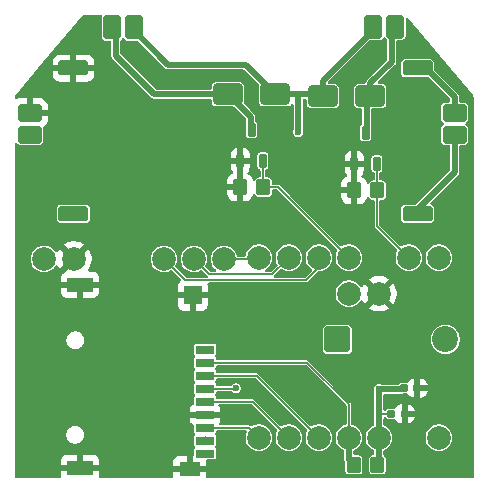
<source format=gbl>
G04 #@! TF.GenerationSoftware,KiCad,Pcbnew,9.0.5*
G04 #@! TF.CreationDate,2025-12-02T21:41:35+01:00*
G04 #@! TF.ProjectId,ToyBoard,546f7942-6f61-4726-942e-6b696361645f,rev?*
G04 #@! TF.SameCoordinates,Original*
G04 #@! TF.FileFunction,Copper,L4,Bot*
G04 #@! TF.FilePolarity,Positive*
%FSLAX46Y46*%
G04 Gerber Fmt 4.6, Leading zero omitted, Abs format (unit mm)*
G04 Created by KiCad (PCBNEW 9.0.5) date 2025-12-02 21:41:35*
%MOMM*%
%LPD*%
G01*
G04 APERTURE LIST*
G04 Aperture macros list*
%AMRoundRect*
0 Rectangle with rounded corners*
0 $1 Rounding radius*
0 $2 $3 $4 $5 $6 $7 $8 $9 X,Y pos of 4 corners*
0 Add a 4 corners polygon primitive as box body*
4,1,4,$2,$3,$4,$5,$6,$7,$8,$9,$2,$3,0*
0 Add four circle primitives for the rounded corners*
1,1,$1+$1,$2,$3*
1,1,$1+$1,$4,$5*
1,1,$1+$1,$6,$7*
1,1,$1+$1,$8,$9*
0 Add four rect primitives between the rounded corners*
20,1,$1+$1,$2,$3,$4,$5,0*
20,1,$1+$1,$4,$5,$6,$7,0*
20,1,$1+$1,$6,$7,$8,$9,0*
20,1,$1+$1,$8,$9,$2,$3,0*%
G04 Aperture macros list end*
G04 #@! TA.AperFunction,ComponentPad*
%ADD10C,2.000000*%
G04 #@! TD*
G04 #@! TA.AperFunction,ComponentPad*
%ADD11RoundRect,0.190500X-1.079500X-0.444500X1.079500X-0.444500X1.079500X0.444500X-1.079500X0.444500X0*%
G04 #@! TD*
G04 #@! TA.AperFunction,ComponentPad*
%ADD12RoundRect,0.250000X0.750000X-0.500000X0.750000X0.500000X-0.750000X0.500000X-0.750000X-0.500000X0*%
G04 #@! TD*
G04 #@! TA.AperFunction,ComponentPad*
%ADD13RoundRect,0.250000X-0.500000X-0.750000X0.500000X-0.750000X0.500000X0.750000X-0.500000X0.750000X0*%
G04 #@! TD*
G04 #@! TA.AperFunction,ComponentPad*
%ADD14RoundRect,0.250000X0.500000X0.750000X-0.500000X0.750000X-0.500000X-0.750000X0.500000X-0.750000X0*%
G04 #@! TD*
G04 #@! TA.AperFunction,SMDPad,CuDef*
%ADD15R,1.800000X1.200000*%
G04 #@! TD*
G04 #@! TA.AperFunction,SMDPad,CuDef*
%ADD16R,2.200000X1.200000*%
G04 #@! TD*
G04 #@! TA.AperFunction,SMDPad,CuDef*
%ADD17R,1.500000X1.600000*%
G04 #@! TD*
G04 #@! TA.AperFunction,SMDPad,CuDef*
%ADD18R,1.600000X0.700000*%
G04 #@! TD*
G04 #@! TA.AperFunction,SMDPad,CuDef*
%ADD19RoundRect,0.155000X-0.212500X-0.155000X0.212500X-0.155000X0.212500X0.155000X-0.212500X0.155000X0*%
G04 #@! TD*
G04 #@! TA.AperFunction,ComponentPad*
%ADD20RoundRect,0.249999X-0.850001X-0.850001X0.850001X-0.850001X0.850001X0.850001X-0.850001X0.850001X0*%
G04 #@! TD*
G04 #@! TA.AperFunction,ComponentPad*
%ADD21C,2.200000*%
G04 #@! TD*
G04 #@! TA.AperFunction,SMDPad,CuDef*
%ADD22RoundRect,0.162500X0.162500X-0.447500X0.162500X0.447500X-0.162500X0.447500X-0.162500X-0.447500X0*%
G04 #@! TD*
G04 #@! TA.AperFunction,SMDPad,CuDef*
%ADD23RoundRect,0.250000X0.350000X0.450000X-0.350000X0.450000X-0.350000X-0.450000X0.350000X-0.450000X0*%
G04 #@! TD*
G04 #@! TA.AperFunction,SMDPad,CuDef*
%ADD24RoundRect,0.250000X1.000000X0.650000X-1.000000X0.650000X-1.000000X-0.650000X1.000000X-0.650000X0*%
G04 #@! TD*
G04 #@! TA.AperFunction,SMDPad,CuDef*
%ADD25RoundRect,0.250000X-1.000000X-0.650000X1.000000X-0.650000X1.000000X0.650000X-1.000000X0.650000X0*%
G04 #@! TD*
G04 #@! TA.AperFunction,ViaPad*
%ADD26C,0.600000*%
G04 #@! TD*
G04 #@! TA.AperFunction,Conductor*
%ADD27C,0.127000*%
G04 #@! TD*
G04 #@! TA.AperFunction,Conductor*
%ADD28C,0.500000*%
G04 #@! TD*
G04 APERTURE END LIST*
D10*
X145900000Y-117728000D03*
X148440000Y-117728000D03*
X138280000Y-114680000D03*
X140820000Y-114680000D03*
X143360000Y-114680000D03*
X145900000Y-114680000D03*
X150980000Y-114680000D03*
X138280000Y-129920000D03*
X140820000Y-129920000D03*
X143360000Y-129920000D03*
X145900000Y-129920000D03*
X148440000Y-129920000D03*
X153520000Y-129920000D03*
X153520000Y-114680000D03*
D11*
X122582000Y-110950000D03*
X122582000Y-98631000D03*
X151715800Y-110950000D03*
X151715800Y-98631000D03*
D12*
X154858000Y-104275000D03*
X154858000Y-102425000D03*
D13*
X149825000Y-95115000D03*
X147975000Y-95115000D03*
D14*
X125875000Y-95185000D03*
X127725000Y-95185000D03*
D12*
X118900500Y-104275000D03*
X118900500Y-102425000D03*
D15*
X132435600Y-132588000D03*
D16*
X123134000Y-116964000D03*
X123134000Y-132464000D03*
D17*
X132684000Y-117864000D03*
D18*
X133734000Y-131264000D03*
X133734000Y-130164000D03*
X133734000Y-129064000D03*
X133734000Y-127964000D03*
X133734000Y-126864000D03*
X133734000Y-125764000D03*
X133734000Y-124664000D03*
X133734000Y-123564000D03*
X133734000Y-122464000D03*
D19*
X150562500Y-125730000D03*
X151697500Y-125730000D03*
D20*
X144928000Y-121600000D03*
D21*
X154072000Y-121600000D03*
D10*
X120080000Y-114780000D03*
X122620000Y-114780000D03*
X130240000Y-114780000D03*
X132780000Y-114780000D03*
X135320000Y-114780000D03*
D22*
X137668000Y-103846000D03*
X136718000Y-106466000D03*
X138618000Y-106466000D03*
X147320000Y-104100000D03*
X146370000Y-106720000D03*
X148270000Y-106720000D03*
D19*
X149482500Y-127900000D03*
X150617500Y-127900000D03*
D23*
X138668000Y-108712000D03*
X136668000Y-108712000D03*
X148320000Y-108966000D03*
X146320000Y-108966000D03*
D24*
X139668000Y-100838000D03*
X135668000Y-100838000D03*
D23*
X148325000Y-132200000D03*
X146325000Y-132200000D03*
D25*
X143700000Y-101000000D03*
X147700000Y-101000000D03*
D26*
X148460682Y-125810682D03*
X136325000Y-125730000D03*
X141600000Y-104025000D03*
D27*
X145900000Y-127104000D02*
X145900000Y-129920000D01*
X142360000Y-123564000D02*
X145900000Y-127104000D01*
X133734000Y-123564000D02*
X142360000Y-123564000D01*
X138104000Y-124664000D02*
X143360000Y-129920000D01*
X133734000Y-124664000D02*
X138104000Y-124664000D01*
X136291000Y-125764000D02*
X136325000Y-125730000D01*
X133734000Y-125764000D02*
X136291000Y-125764000D01*
X137764000Y-126864000D02*
X140820000Y-129920000D01*
X133734000Y-126864000D02*
X137764000Y-126864000D01*
X137424000Y-129064000D02*
X138280000Y-129920000D01*
X133734000Y-129064000D02*
X137424000Y-129064000D01*
X142255000Y-116586000D02*
X143360000Y-115481000D01*
X132046000Y-116586000D02*
X142255000Y-116586000D01*
X130240000Y-114780000D02*
X132046000Y-116586000D01*
X139422000Y-116078000D02*
X140820000Y-114680000D01*
X134078000Y-116078000D02*
X139422000Y-116078000D01*
X132780000Y-114780000D02*
X134078000Y-116078000D01*
X133828000Y-129920000D02*
X133734000Y-129826000D01*
X138618000Y-108662000D02*
X138668000Y-108712000D01*
X138618000Y-106466000D02*
X138618000Y-108662000D01*
X139932000Y-108712000D02*
X138668000Y-108712000D01*
X145900000Y-114680000D02*
X139932000Y-108712000D01*
D28*
X147400000Y-104020000D02*
X147320000Y-104100000D01*
X147400000Y-101300000D02*
X147400000Y-104020000D01*
D27*
X149482500Y-127900000D02*
X148440000Y-127900000D01*
D28*
X148440000Y-129920000D02*
X148440000Y-132085000D01*
X148440000Y-129920000D02*
X148440000Y-127900000D01*
X148450000Y-125800000D02*
X148460682Y-125810682D01*
X154858000Y-101058000D02*
X152431000Y-98631000D01*
X154858000Y-107407800D02*
X154858000Y-104275000D01*
X139668000Y-100838000D02*
X137180000Y-98350000D01*
X141600000Y-104025000D02*
X141575000Y-104000000D01*
X154858000Y-102425000D02*
X154858000Y-101058000D01*
X141600000Y-100838000D02*
X143538000Y-100838000D01*
X137600000Y-102770000D02*
X135668000Y-100838000D01*
X143700000Y-99690000D02*
X148275000Y-95115000D01*
X135668000Y-100838000D02*
X129438000Y-100838000D01*
X149525000Y-98093000D02*
X149525000Y-95115000D01*
X126175000Y-97575000D02*
X126175000Y-95185000D01*
X130590000Y-98350000D02*
X127425000Y-95185000D01*
X145900000Y-129920000D02*
X145900000Y-131775000D01*
X151815800Y-110450000D02*
X154858000Y-107407800D01*
X137180000Y-98350000D02*
X130590000Y-98350000D01*
X141600000Y-104025000D02*
X141600000Y-100838000D01*
D27*
X135320000Y-114780000D02*
X138180000Y-114780000D01*
D28*
X147700000Y-101000000D02*
X147700000Y-99918000D01*
X137600000Y-103490000D02*
X137600000Y-102770000D01*
X143700000Y-101000000D02*
X143700000Y-99690000D01*
X147700000Y-99918000D02*
X149525000Y-98093000D01*
D27*
X148300000Y-108300000D02*
X148300000Y-106160000D01*
D28*
X139668000Y-100838000D02*
X141600000Y-100838000D01*
X129438000Y-100838000D02*
X126175000Y-97575000D01*
D27*
X150980000Y-114680000D02*
X148300000Y-112000000D01*
X148300000Y-112000000D02*
X148300000Y-108300000D01*
D28*
X148460682Y-125810682D02*
X150351818Y-125810682D01*
X148440000Y-127900000D02*
X148440000Y-125831364D01*
G04 #@! TA.AperFunction,Conductor*
G36*
X124986726Y-94120185D02*
G01*
X125032481Y-94172989D01*
X125042425Y-94242147D01*
X125031087Y-94278960D01*
X125008191Y-94325793D01*
X125008190Y-94325796D01*
X124997500Y-94399172D01*
X124997500Y-95970825D01*
X125008191Y-96044204D01*
X125063525Y-96157392D01*
X125152607Y-96246474D01*
X125152608Y-96246474D01*
X125152610Y-96246476D01*
X125265796Y-96301809D01*
X125339173Y-96312500D01*
X125673500Y-96312499D01*
X125740539Y-96332183D01*
X125786294Y-96384987D01*
X125797500Y-96436499D01*
X125797500Y-97525301D01*
X125797500Y-97624699D01*
X125823226Y-97720710D01*
X125872925Y-97806790D01*
X129206210Y-101140075D01*
X129292290Y-101189774D01*
X129388301Y-101215500D01*
X129487699Y-101215500D01*
X134166501Y-101215500D01*
X134233540Y-101235185D01*
X134279295Y-101287989D01*
X134290501Y-101339500D01*
X134290501Y-101523826D01*
X134301191Y-101597204D01*
X134356525Y-101710392D01*
X134445607Y-101799474D01*
X134445608Y-101799474D01*
X134445610Y-101799476D01*
X134558796Y-101854809D01*
X134632173Y-101865500D01*
X136110271Y-101865499D01*
X136177310Y-101885184D01*
X136197952Y-101901818D01*
X137186181Y-102890046D01*
X137219666Y-102951369D01*
X137222500Y-102977727D01*
X137222500Y-103298997D01*
X137218860Y-103326238D01*
X137215500Y-103355198D01*
X137215500Y-104336801D01*
X137218313Y-104361045D01*
X137218314Y-104361051D01*
X137262107Y-104460229D01*
X137338770Y-104536892D01*
X137437948Y-104580685D01*
X137437950Y-104580685D01*
X137437954Y-104580687D01*
X137462202Y-104583500D01*
X137462204Y-104583500D01*
X137873796Y-104583500D01*
X137873798Y-104583500D01*
X137898046Y-104580687D01*
X137997228Y-104536893D01*
X138073893Y-104460228D01*
X138105810Y-104387943D01*
X138117685Y-104361051D01*
X138117685Y-104361050D01*
X138117687Y-104361046D01*
X138120500Y-104336798D01*
X138120500Y-103355202D01*
X138117687Y-103330954D01*
X138117685Y-103330950D01*
X138117685Y-103330948D01*
X138073892Y-103231770D01*
X138013819Y-103171697D01*
X137980334Y-103110374D01*
X137977500Y-103084016D01*
X137977500Y-102720303D01*
X137977500Y-102720301D01*
X137951774Y-102624291D01*
X137951774Y-102624290D01*
X137951774Y-102624289D01*
X137902078Y-102538213D01*
X137902074Y-102538208D01*
X137515365Y-102151499D01*
X137069423Y-101705558D01*
X137035939Y-101644236D01*
X137034401Y-101599999D01*
X137034807Y-101597206D01*
X137034809Y-101597204D01*
X137045500Y-101523827D01*
X137045499Y-100152174D01*
X137034809Y-100078796D01*
X136979476Y-99965610D01*
X136979474Y-99965608D01*
X136979474Y-99965607D01*
X136890392Y-99876525D01*
X136873569Y-99868301D01*
X136777204Y-99821191D01*
X136777202Y-99821190D01*
X136703827Y-99810500D01*
X134632174Y-99810500D01*
X134558795Y-99821191D01*
X134445607Y-99876525D01*
X134356525Y-99965607D01*
X134301190Y-100078797D01*
X134290500Y-100152172D01*
X134290500Y-100336500D01*
X134270815Y-100403539D01*
X134218011Y-100449294D01*
X134166500Y-100460500D01*
X129645727Y-100460500D01*
X129578688Y-100440815D01*
X129558046Y-100424181D01*
X126588819Y-97454954D01*
X126555334Y-97393631D01*
X126552500Y-97367273D01*
X126552500Y-96342355D01*
X126572185Y-96275316D01*
X126585055Y-96258606D01*
X126595170Y-96247561D01*
X126597390Y-96246476D01*
X126686476Y-96157390D01*
X126696464Y-96136959D01*
X126708555Y-96123757D01*
X126723750Y-96114572D01*
X126735725Y-96101465D01*
X126753027Y-96096874D01*
X126768350Y-96087613D01*
X126786098Y-96088101D01*
X126803258Y-96083549D01*
X126820295Y-96089041D01*
X126838193Y-96089534D01*
X126852860Y-96099540D01*
X126869757Y-96104988D01*
X126882644Y-96119860D01*
X126895910Y-96128911D01*
X126901103Y-96141162D01*
X126911400Y-96153046D01*
X126913524Y-96157390D01*
X126913525Y-96157391D01*
X126913526Y-96157393D01*
X127002607Y-96246474D01*
X127002608Y-96246474D01*
X127002610Y-96246476D01*
X127115796Y-96301809D01*
X127189173Y-96312500D01*
X127967272Y-96312499D01*
X128034311Y-96332183D01*
X128054953Y-96348818D01*
X130358210Y-98652075D01*
X130444290Y-98701774D01*
X130540301Y-98727500D01*
X136972273Y-98727500D01*
X137039312Y-98747185D01*
X137059954Y-98763819D01*
X138266575Y-99970440D01*
X138300060Y-100031763D01*
X138301599Y-100075998D01*
X138301191Y-100078794D01*
X138301191Y-100078796D01*
X138290500Y-100152173D01*
X138290500Y-100152177D01*
X138290500Y-100152178D01*
X138290500Y-101523825D01*
X138301191Y-101597204D01*
X138356525Y-101710392D01*
X138445607Y-101799474D01*
X138445608Y-101799474D01*
X138445610Y-101799476D01*
X138558796Y-101854809D01*
X138632173Y-101865500D01*
X140703826Y-101865499D01*
X140777204Y-101854809D01*
X140890390Y-101799476D01*
X140979476Y-101710390D01*
X140987099Y-101694795D01*
X141034227Y-101643214D01*
X141101761Y-101625299D01*
X141168259Y-101646739D01*
X141212610Y-101700728D01*
X141222500Y-101749256D01*
X141222500Y-103790622D01*
X141205889Y-103852619D01*
X141201634Y-103859988D01*
X141201634Y-103859989D01*
X141201633Y-103859991D01*
X141172500Y-103968719D01*
X141172500Y-104081281D01*
X141187066Y-104135645D01*
X141201633Y-104190010D01*
X141229774Y-104238750D01*
X141257915Y-104287491D01*
X141337509Y-104367085D01*
X141434991Y-104423367D01*
X141543719Y-104452500D01*
X141543721Y-104452500D01*
X141656279Y-104452500D01*
X141656281Y-104452500D01*
X141765009Y-104423367D01*
X141862491Y-104367085D01*
X141942085Y-104287491D01*
X141998367Y-104190009D01*
X142027500Y-104081281D01*
X142027500Y-103968719D01*
X141998367Y-103859991D01*
X141994111Y-103852619D01*
X141977500Y-103790622D01*
X141977500Y-101339500D01*
X141980050Y-101330814D01*
X141978762Y-101321853D01*
X141989740Y-101297812D01*
X141997185Y-101272461D01*
X142004025Y-101266533D01*
X142007787Y-101258297D01*
X142030021Y-101244007D01*
X142049989Y-101226706D01*
X142060503Y-101224418D01*
X142066565Y-101220523D01*
X142101500Y-101215500D01*
X142198501Y-101215500D01*
X142265540Y-101235185D01*
X142311295Y-101287989D01*
X142322501Y-101339500D01*
X142322501Y-101685825D01*
X142333191Y-101759204D01*
X142388525Y-101872392D01*
X142477607Y-101961474D01*
X142477608Y-101961474D01*
X142477610Y-101961476D01*
X142590796Y-102016809D01*
X142664173Y-102027500D01*
X144735826Y-102027499D01*
X144809204Y-102016809D01*
X144922390Y-101961476D01*
X145011476Y-101872390D01*
X145066809Y-101759204D01*
X145077500Y-101685827D01*
X145077499Y-100314174D01*
X145066809Y-100240796D01*
X145011476Y-100127610D01*
X145011474Y-100127608D01*
X145011474Y-100127607D01*
X144922392Y-100038525D01*
X144809202Y-99983190D01*
X144735828Y-99972500D01*
X144735827Y-99972500D01*
X144250727Y-99972500D01*
X144183688Y-99952815D01*
X144137933Y-99900011D01*
X144127989Y-99830853D01*
X144157014Y-99767297D01*
X144163046Y-99760819D01*
X147645046Y-96278818D01*
X147706369Y-96245333D01*
X147732727Y-96242499D01*
X148510826Y-96242499D01*
X148584204Y-96231809D01*
X148697390Y-96176476D01*
X148786476Y-96087390D01*
X148788599Y-96083046D01*
X148835725Y-96031465D01*
X148903258Y-96013549D01*
X148969757Y-96034988D01*
X148991445Y-96053757D01*
X149003535Y-96066959D01*
X149013524Y-96087390D01*
X149102610Y-96176476D01*
X149104829Y-96177561D01*
X149114945Y-96188606D01*
X149124819Y-96208744D01*
X149138664Y-96226386D01*
X149142012Y-96243808D01*
X149145706Y-96251340D01*
X149144861Y-96258629D01*
X149147500Y-96272355D01*
X149147500Y-97885273D01*
X149127815Y-97952312D01*
X149111181Y-97972954D01*
X147397927Y-99686207D01*
X147397925Y-99686210D01*
X147348226Y-99772288D01*
X147347719Y-99774181D01*
X147335124Y-99821190D01*
X147335123Y-99821192D01*
X147320397Y-99876151D01*
X147318168Y-99875553D01*
X147294706Y-99928586D01*
X147236380Y-99967055D01*
X147200037Y-99972500D01*
X146664179Y-99972500D01*
X146590796Y-99983191D01*
X146477607Y-100038525D01*
X146388525Y-100127607D01*
X146333190Y-100240797D01*
X146322500Y-100314172D01*
X146322500Y-101685825D01*
X146333191Y-101759204D01*
X146388525Y-101872392D01*
X146477607Y-101961474D01*
X146477608Y-101961474D01*
X146477610Y-101961476D01*
X146590796Y-102016809D01*
X146664173Y-102027500D01*
X146898500Y-102027499D01*
X146965539Y-102047183D01*
X147011294Y-102099987D01*
X147022500Y-102151499D01*
X147022500Y-103326016D01*
X147002815Y-103393055D01*
X146986181Y-103413697D01*
X146914107Y-103485770D01*
X146870314Y-103584948D01*
X146870313Y-103584954D01*
X146867500Y-103609198D01*
X146867500Y-104590801D01*
X146870313Y-104615045D01*
X146870314Y-104615051D01*
X146914107Y-104714229D01*
X146990770Y-104790892D01*
X147089948Y-104834685D01*
X147089950Y-104834685D01*
X147089954Y-104834687D01*
X147114202Y-104837500D01*
X147114204Y-104837500D01*
X147525796Y-104837500D01*
X147525798Y-104837500D01*
X147550046Y-104834687D01*
X147649228Y-104790893D01*
X147725893Y-104714228D01*
X147769687Y-104615046D01*
X147772500Y-104590798D01*
X147772500Y-104104683D01*
X147776725Y-104072590D01*
X147777500Y-104069699D01*
X147777500Y-103970301D01*
X147777500Y-102151499D01*
X147797185Y-102084460D01*
X147849989Y-102038705D01*
X147901500Y-102027499D01*
X148735826Y-102027499D01*
X148809204Y-102016809D01*
X148922390Y-101961476D01*
X149011476Y-101872390D01*
X149066809Y-101759204D01*
X149077500Y-101685827D01*
X149077499Y-100314174D01*
X149066809Y-100240796D01*
X149011476Y-100127610D01*
X149011474Y-100127608D01*
X149011474Y-100127607D01*
X148922392Y-100038525D01*
X148809202Y-99983190D01*
X148735828Y-99972500D01*
X148735827Y-99972500D01*
X148478726Y-99972500D01*
X148411687Y-99952815D01*
X148365932Y-99900011D01*
X148355988Y-99830853D01*
X148385013Y-99767297D01*
X148391045Y-99760819D01*
X148992792Y-99159072D01*
X149827075Y-98324790D01*
X149876774Y-98238710D01*
X149900747Y-98149242D01*
X150318300Y-98149242D01*
X150318300Y-99112757D01*
X150318301Y-99112773D01*
X150324396Y-99159072D01*
X150324397Y-99159074D01*
X150371791Y-99260711D01*
X150451089Y-99340009D01*
X150552726Y-99387403D01*
X150599036Y-99393500D01*
X152608273Y-99393500D01*
X152675312Y-99413185D01*
X152695954Y-99429819D01*
X154444181Y-101178046D01*
X154458884Y-101204973D01*
X154475477Y-101230792D01*
X154476368Y-101236992D01*
X154477666Y-101239369D01*
X154480500Y-101265727D01*
X154480500Y-101423500D01*
X154460815Y-101490539D01*
X154408011Y-101536294D01*
X154356500Y-101547500D01*
X154072179Y-101547500D01*
X153998796Y-101558191D01*
X153885607Y-101613525D01*
X153796525Y-101702607D01*
X153741190Y-101815797D01*
X153730500Y-101889172D01*
X153730500Y-102960825D01*
X153741191Y-103034204D01*
X153796525Y-103147392D01*
X153885608Y-103236475D01*
X153889954Y-103238600D01*
X153941536Y-103285728D01*
X153959450Y-103353262D01*
X153938009Y-103419760D01*
X153889954Y-103461400D01*
X153885608Y-103463524D01*
X153796525Y-103552607D01*
X153741190Y-103665797D01*
X153730500Y-103739172D01*
X153730500Y-104810825D01*
X153741191Y-104884204D01*
X153796525Y-104997392D01*
X153885607Y-105086474D01*
X153885608Y-105086474D01*
X153885610Y-105086476D01*
X153998796Y-105141809D01*
X154072173Y-105152500D01*
X154356501Y-105152499D01*
X154423539Y-105172183D01*
X154469294Y-105224987D01*
X154480500Y-105276499D01*
X154480500Y-107200072D01*
X154460815Y-107267111D01*
X154444181Y-107287753D01*
X151580754Y-110151181D01*
X151519431Y-110184666D01*
X151493073Y-110187500D01*
X150599036Y-110187500D01*
X150599030Y-110187500D01*
X150599026Y-110187501D01*
X150552727Y-110193596D01*
X150451088Y-110240991D01*
X150371791Y-110320288D01*
X150324396Y-110421927D01*
X150318301Y-110468226D01*
X150318300Y-110468242D01*
X150318300Y-111431757D01*
X150318301Y-111431773D01*
X150324396Y-111478072D01*
X150324397Y-111478074D01*
X150371791Y-111579711D01*
X150451089Y-111659009D01*
X150552726Y-111706403D01*
X150599036Y-111712500D01*
X150599043Y-111712500D01*
X152832557Y-111712500D01*
X152832564Y-111712500D01*
X152878874Y-111706403D01*
X152980511Y-111659009D01*
X153059809Y-111579711D01*
X153107203Y-111478074D01*
X153113300Y-111431764D01*
X153113300Y-110468236D01*
X153107203Y-110421926D01*
X153059809Y-110320289D01*
X152980511Y-110240991D01*
X152878874Y-110193597D01*
X152878872Y-110193596D01*
X152878871Y-110193596D01*
X152869763Y-110190941D01*
X152870775Y-110187469D01*
X152823142Y-110166360D01*
X152784709Y-110108011D01*
X152783923Y-110038146D01*
X152815603Y-109984061D01*
X155160075Y-107639591D01*
X155209773Y-107553510D01*
X155209774Y-107553509D01*
X155235500Y-107457499D01*
X155235500Y-105276499D01*
X155255185Y-105209460D01*
X155307989Y-105163705D01*
X155359500Y-105152499D01*
X155643826Y-105152499D01*
X155717204Y-105141809D01*
X155830390Y-105086476D01*
X155919476Y-104997390D01*
X155974809Y-104884204D01*
X155985500Y-104810827D01*
X155985499Y-103739174D01*
X155974809Y-103665796D01*
X155919476Y-103552610D01*
X155919474Y-103552608D01*
X155919474Y-103552607D01*
X155830391Y-103463524D01*
X155826042Y-103461398D01*
X155774461Y-103414268D01*
X155756549Y-103346733D01*
X155777992Y-103280235D01*
X155826051Y-103238596D01*
X155830390Y-103236476D01*
X155919476Y-103147390D01*
X155974809Y-103034204D01*
X155985500Y-102960827D01*
X155985499Y-101889174D01*
X155974809Y-101815796D01*
X155919476Y-101702610D01*
X155919474Y-101702608D01*
X155919474Y-101702607D01*
X155830392Y-101613525D01*
X155717202Y-101558190D01*
X155643828Y-101547500D01*
X155643827Y-101547500D01*
X155359500Y-101547500D01*
X155292461Y-101527815D01*
X155246706Y-101475011D01*
X155235500Y-101423500D01*
X155235500Y-101008303D01*
X155235500Y-101008301D01*
X155209774Y-100912291D01*
X155188768Y-100875908D01*
X155160075Y-100826209D01*
X153149619Y-98815753D01*
X153116134Y-98754430D01*
X153113300Y-98728072D01*
X153113300Y-98149242D01*
X153113300Y-98149236D01*
X153107203Y-98102926D01*
X153059809Y-98001289D01*
X152980511Y-97921991D01*
X152878874Y-97874597D01*
X152878872Y-97874596D01*
X152832573Y-97868501D01*
X152832570Y-97868500D01*
X152832564Y-97868500D01*
X150599036Y-97868500D01*
X150599030Y-97868500D01*
X150599026Y-97868501D01*
X150552727Y-97874596D01*
X150451088Y-97921991D01*
X150371791Y-98001288D01*
X150324396Y-98102927D01*
X150318301Y-98149226D01*
X150318300Y-98149242D01*
X149900747Y-98149242D01*
X149902500Y-98142699D01*
X149902500Y-98043301D01*
X149902500Y-96366499D01*
X149922185Y-96299460D01*
X149974989Y-96253705D01*
X150026500Y-96242499D01*
X150360826Y-96242499D01*
X150434204Y-96231809D01*
X150547390Y-96176476D01*
X150636476Y-96087390D01*
X150691809Y-95974204D01*
X150702500Y-95900827D01*
X150702499Y-94465843D01*
X150722184Y-94398805D01*
X150774987Y-94353050D01*
X150844146Y-94343106D01*
X150907702Y-94372131D01*
X150921598Y-94386270D01*
X156381585Y-100912289D01*
X156442604Y-100985222D01*
X156470525Y-101049271D01*
X156471500Y-101064791D01*
X156471500Y-133233500D01*
X156451815Y-133300539D01*
X156399011Y-133346294D01*
X156347500Y-133357500D01*
X133959600Y-133357500D01*
X133892561Y-133337815D01*
X133846806Y-133285011D01*
X133835600Y-133233500D01*
X133835600Y-132838000D01*
X131035600Y-132838000D01*
X131035600Y-133233500D01*
X131015915Y-133300539D01*
X130963111Y-133346294D01*
X130911600Y-133357500D01*
X124836772Y-133357500D01*
X124769733Y-133337815D01*
X124723978Y-133285011D01*
X124714034Y-133215853D01*
X124720589Y-133190168D01*
X124727597Y-133171376D01*
X124727598Y-133171372D01*
X124733999Y-133111844D01*
X124734000Y-133111827D01*
X124734000Y-132714000D01*
X121534000Y-132714000D01*
X121534000Y-133111844D01*
X121540401Y-133171372D01*
X121540402Y-133171376D01*
X121547411Y-133190168D01*
X121552394Y-133259860D01*
X121518908Y-133321183D01*
X121457584Y-133354667D01*
X121431228Y-133357500D01*
X117724500Y-133357500D01*
X117657461Y-133337815D01*
X117611706Y-133285011D01*
X117600500Y-133233500D01*
X117600500Y-131816155D01*
X121534000Y-131816155D01*
X121534000Y-132214000D01*
X122884000Y-132214000D01*
X123384000Y-132214000D01*
X124734000Y-132214000D01*
X124734000Y-131940155D01*
X131035600Y-131940155D01*
X131035600Y-132338000D01*
X132185600Y-132338000D01*
X132185600Y-131488000D01*
X131487755Y-131488000D01*
X131428227Y-131494401D01*
X131428220Y-131494403D01*
X131293513Y-131544645D01*
X131293506Y-131544649D01*
X131178412Y-131630809D01*
X131178409Y-131630812D01*
X131092249Y-131745906D01*
X131092245Y-131745913D01*
X131042003Y-131880620D01*
X131042001Y-131880627D01*
X131035600Y-131940155D01*
X124734000Y-131940155D01*
X124734000Y-131816172D01*
X124733999Y-131816155D01*
X124727598Y-131756627D01*
X124727596Y-131756620D01*
X124677354Y-131621913D01*
X124677350Y-131621906D01*
X124591190Y-131506812D01*
X124591187Y-131506809D01*
X124476093Y-131420649D01*
X124476086Y-131420645D01*
X124341379Y-131370403D01*
X124341372Y-131370401D01*
X124281844Y-131364000D01*
X123384000Y-131364000D01*
X123384000Y-132214000D01*
X122884000Y-132214000D01*
X122884000Y-131364000D01*
X121986155Y-131364000D01*
X121926627Y-131370401D01*
X121926620Y-131370403D01*
X121791913Y-131420645D01*
X121791906Y-131420649D01*
X121676812Y-131506809D01*
X121676809Y-131506812D01*
X121590649Y-131621906D01*
X121590645Y-131621913D01*
X121540403Y-131756620D01*
X121540401Y-131756627D01*
X121534000Y-131816155D01*
X117600500Y-131816155D01*
X117600500Y-129737920D01*
X121983499Y-129737920D01*
X122012340Y-129882907D01*
X122012343Y-129882917D01*
X122068912Y-130019488D01*
X122068919Y-130019501D01*
X122151048Y-130142415D01*
X122151051Y-130142419D01*
X122255580Y-130246948D01*
X122255584Y-130246951D01*
X122378498Y-130329080D01*
X122378511Y-130329087D01*
X122515082Y-130385656D01*
X122515087Y-130385658D01*
X122515091Y-130385658D01*
X122515092Y-130385659D01*
X122660079Y-130414500D01*
X122660082Y-130414500D01*
X122807920Y-130414500D01*
X122905462Y-130395096D01*
X122952913Y-130385658D01*
X123089495Y-130329084D01*
X123212416Y-130246951D01*
X123316951Y-130142416D01*
X123399084Y-130019495D01*
X123455658Y-129882913D01*
X123484500Y-129737918D01*
X123484500Y-129590082D01*
X123484500Y-129590079D01*
X123455659Y-129445092D01*
X123455658Y-129445091D01*
X123455658Y-129445087D01*
X123407597Y-129329057D01*
X123399087Y-129308511D01*
X123399080Y-129308498D01*
X123316951Y-129185584D01*
X123316948Y-129185580D01*
X123212419Y-129081051D01*
X123212415Y-129081048D01*
X123089501Y-128998919D01*
X123089488Y-128998912D01*
X122952917Y-128942343D01*
X122952907Y-128942340D01*
X122807920Y-128913500D01*
X122807918Y-128913500D01*
X122660082Y-128913500D01*
X122660080Y-128913500D01*
X122515092Y-128942340D01*
X122515082Y-128942343D01*
X122378511Y-128998912D01*
X122378498Y-128998919D01*
X122255584Y-129081048D01*
X122255580Y-129081051D01*
X122151051Y-129185580D01*
X122151048Y-129185584D01*
X122068919Y-129308498D01*
X122068912Y-129308511D01*
X122012343Y-129445082D01*
X122012340Y-129445092D01*
X121983500Y-129590079D01*
X121983500Y-129590082D01*
X121983500Y-129737918D01*
X121983500Y-129737920D01*
X121983499Y-129737920D01*
X117600500Y-129737920D01*
X117600500Y-128361844D01*
X132434000Y-128361844D01*
X132440401Y-128421372D01*
X132440403Y-128421379D01*
X132490645Y-128556086D01*
X132490649Y-128556093D01*
X132576809Y-128671187D01*
X132576812Y-128671190D01*
X132691906Y-128757350D01*
X132691915Y-128757355D01*
X132725832Y-128770005D01*
X132781766Y-128811875D01*
X132806184Y-128877339D01*
X132806500Y-128886187D01*
X132806500Y-129426558D01*
X132813898Y-129463749D01*
X132842078Y-129505923D01*
X132849525Y-129510899D01*
X132894330Y-129564512D01*
X132903036Y-129633837D01*
X132872880Y-129696864D01*
X132849525Y-129717101D01*
X132842078Y-129722076D01*
X132813898Y-129764250D01*
X132806500Y-129801441D01*
X132806500Y-130526558D01*
X132813898Y-130563749D01*
X132842078Y-130605923D01*
X132849525Y-130610899D01*
X132894330Y-130664512D01*
X132903036Y-130733837D01*
X132872880Y-130796864D01*
X132849525Y-130817101D01*
X132842078Y-130822076D01*
X132813898Y-130864250D01*
X132806500Y-130901441D01*
X132806500Y-131364000D01*
X132786815Y-131431039D01*
X132734011Y-131476794D01*
X132686461Y-131487138D01*
X132685600Y-131488000D01*
X132685600Y-132338000D01*
X133835600Y-132338000D01*
X133835600Y-131940172D01*
X133835599Y-131940158D01*
X133828997Y-131878757D01*
X133841401Y-131809997D01*
X133889011Y-131758859D01*
X133952286Y-131741500D01*
X134546559Y-131741500D01*
X134553957Y-131740028D01*
X134583748Y-131734102D01*
X134625922Y-131705922D01*
X134654102Y-131663748D01*
X134661500Y-131626558D01*
X134661500Y-130901442D01*
X134654102Y-130864252D01*
X134625922Y-130822078D01*
X134618475Y-130817102D01*
X134573671Y-130763491D01*
X134564962Y-130694166D01*
X134595116Y-130631139D01*
X134618476Y-130610897D01*
X134625922Y-130605922D01*
X134654102Y-130563748D01*
X134661500Y-130526558D01*
X134661500Y-129801442D01*
X134654102Y-129764252D01*
X134636507Y-129737920D01*
X134625922Y-129722078D01*
X134618476Y-129717103D01*
X134573671Y-129663491D01*
X134564962Y-129594166D01*
X134595116Y-129531139D01*
X134618476Y-129510897D01*
X134625922Y-129505922D01*
X134654102Y-129463748D01*
X134661500Y-129426558D01*
X134661500Y-129379000D01*
X134681185Y-129311961D01*
X134733989Y-129266206D01*
X134785500Y-129255000D01*
X137151062Y-129255000D01*
X137218101Y-129274685D01*
X137263856Y-129327489D01*
X137273800Y-129396647D01*
X137261547Y-129435295D01*
X137235103Y-129487192D01*
X137180263Y-129655972D01*
X137180263Y-129655975D01*
X137152500Y-129831264D01*
X137152500Y-130008735D01*
X137180263Y-130184024D01*
X137180263Y-130184027D01*
X137235103Y-130352807D01*
X137315678Y-130510942D01*
X137419985Y-130654510D01*
X137419989Y-130654515D01*
X137545484Y-130780010D01*
X137545489Y-130780014D01*
X137603386Y-130822078D01*
X137689061Y-130884324D01*
X137834794Y-130958579D01*
X137847192Y-130964896D01*
X138015973Y-131019736D01*
X138015974Y-131019736D01*
X138015977Y-131019737D01*
X138191264Y-131047500D01*
X138191265Y-131047500D01*
X138368735Y-131047500D01*
X138368736Y-131047500D01*
X138544023Y-131019737D01*
X138544026Y-131019736D01*
X138544027Y-131019736D01*
X138712807Y-130964896D01*
X138712807Y-130964895D01*
X138712810Y-130964895D01*
X138870939Y-130884324D01*
X139014517Y-130780009D01*
X139140009Y-130654517D01*
X139244324Y-130510939D01*
X139324895Y-130352810D01*
X139379737Y-130184023D01*
X139407500Y-130008736D01*
X139407500Y-129831264D01*
X139379737Y-129655977D01*
X139379736Y-129655973D01*
X139379736Y-129655972D01*
X139324896Y-129487192D01*
X139294001Y-129426558D01*
X139244324Y-129329061D01*
X139200867Y-129269247D01*
X139140014Y-129185489D01*
X139140010Y-129185484D01*
X139014515Y-129059989D01*
X139014510Y-129059985D01*
X138870942Y-128955678D01*
X138870941Y-128955677D01*
X138870939Y-128955676D01*
X138788164Y-128913500D01*
X138712807Y-128875103D01*
X138544026Y-128820263D01*
X138412557Y-128799440D01*
X138368736Y-128792500D01*
X138191264Y-128792500D01*
X138140685Y-128800511D01*
X138015975Y-128820263D01*
X138015972Y-128820263D01*
X137847192Y-128875103D01*
X137700920Y-128949633D01*
X137632251Y-128962529D01*
X137567510Y-128936253D01*
X137556944Y-128926829D01*
X137532193Y-128902078D01*
X137461993Y-128873000D01*
X137461992Y-128873000D01*
X134987835Y-128873000D01*
X134920796Y-128853315D01*
X134875041Y-128800511D01*
X134865097Y-128731353D01*
X134888569Y-128674688D01*
X134977352Y-128556089D01*
X134977354Y-128556086D01*
X135027596Y-128421379D01*
X135027598Y-128421372D01*
X135033999Y-128361844D01*
X135034000Y-128361827D01*
X135034000Y-128214000D01*
X132434000Y-128214000D01*
X132434000Y-128361844D01*
X117600500Y-128361844D01*
X117600500Y-127566155D01*
X132434000Y-127566155D01*
X132434000Y-127714000D01*
X135034000Y-127714000D01*
X135034000Y-127566172D01*
X135033999Y-127566155D01*
X135027598Y-127506627D01*
X135027596Y-127506620D01*
X134977354Y-127371913D01*
X134977352Y-127371910D01*
X134888569Y-127253312D01*
X134864151Y-127187847D01*
X134879002Y-127119574D01*
X134928407Y-127070168D01*
X134987835Y-127055000D01*
X137633523Y-127055000D01*
X137700562Y-127074685D01*
X137721204Y-127091319D01*
X139826829Y-129196944D01*
X139860314Y-129258267D01*
X139855330Y-129327959D01*
X139849633Y-129340920D01*
X139775103Y-129487192D01*
X139720263Y-129655972D01*
X139720263Y-129655975D01*
X139692500Y-129831264D01*
X139692500Y-130008735D01*
X139720263Y-130184024D01*
X139720263Y-130184027D01*
X139775103Y-130352807D01*
X139855678Y-130510942D01*
X139959985Y-130654510D01*
X139959989Y-130654515D01*
X140085484Y-130780010D01*
X140085489Y-130780014D01*
X140143386Y-130822078D01*
X140229061Y-130884324D01*
X140374794Y-130958579D01*
X140387192Y-130964896D01*
X140555973Y-131019736D01*
X140555974Y-131019736D01*
X140555977Y-131019737D01*
X140731264Y-131047500D01*
X140731265Y-131047500D01*
X140908735Y-131047500D01*
X140908736Y-131047500D01*
X141084023Y-131019737D01*
X141084026Y-131019736D01*
X141084027Y-131019736D01*
X141252807Y-130964896D01*
X141252807Y-130964895D01*
X141252810Y-130964895D01*
X141410939Y-130884324D01*
X141554517Y-130780009D01*
X141680009Y-130654517D01*
X141784324Y-130510939D01*
X141864895Y-130352810D01*
X141919737Y-130184023D01*
X141947500Y-130008736D01*
X141947500Y-129831264D01*
X141919737Y-129655977D01*
X141919736Y-129655973D01*
X141919736Y-129655972D01*
X141864896Y-129487192D01*
X141834001Y-129426558D01*
X141784324Y-129329061D01*
X141740867Y-129269247D01*
X141680014Y-129185489D01*
X141680010Y-129185484D01*
X141554515Y-129059989D01*
X141554510Y-129059985D01*
X141410942Y-128955678D01*
X141410941Y-128955677D01*
X141410939Y-128955676D01*
X141328164Y-128913500D01*
X141252807Y-128875103D01*
X141084026Y-128820263D01*
X140952557Y-128799440D01*
X140908736Y-128792500D01*
X140731264Y-128792500D01*
X140680685Y-128800511D01*
X140555975Y-128820263D01*
X140555972Y-128820263D01*
X140387192Y-128875103D01*
X140240920Y-128949633D01*
X140172251Y-128962529D01*
X140107510Y-128936253D01*
X140096944Y-128926829D01*
X137872193Y-126702078D01*
X137801993Y-126673000D01*
X137801992Y-126673000D01*
X134785500Y-126673000D01*
X134718461Y-126653315D01*
X134672706Y-126600511D01*
X134661500Y-126549000D01*
X134661500Y-126501441D01*
X134659404Y-126490907D01*
X134654102Y-126464252D01*
X134625922Y-126422078D01*
X134618475Y-126417102D01*
X134573671Y-126363491D01*
X134564962Y-126294166D01*
X134595116Y-126231139D01*
X134618476Y-126210897D01*
X134625922Y-126205922D01*
X134654102Y-126163748D01*
X134661500Y-126126558D01*
X134661500Y-126079000D01*
X134681185Y-126011961D01*
X134733989Y-125966206D01*
X134785500Y-125955000D01*
X135894061Y-125955000D01*
X135961100Y-125974685D01*
X135981742Y-125991318D01*
X135982914Y-125992490D01*
X135982915Y-125992491D01*
X136062509Y-126072085D01*
X136159991Y-126128367D01*
X136268719Y-126157500D01*
X136268721Y-126157500D01*
X136381279Y-126157500D01*
X136381281Y-126157500D01*
X136490009Y-126128367D01*
X136587491Y-126072085D01*
X136667085Y-125992491D01*
X136723367Y-125895009D01*
X136752500Y-125786281D01*
X136752500Y-125673719D01*
X136723367Y-125564991D01*
X136667085Y-125467509D01*
X136587491Y-125387915D01*
X136500871Y-125337904D01*
X136490010Y-125331633D01*
X136435645Y-125317066D01*
X136381281Y-125302500D01*
X136268719Y-125302500D01*
X136159989Y-125331633D01*
X136062509Y-125387915D01*
X136062506Y-125387917D01*
X135982917Y-125467506D01*
X135982915Y-125467509D01*
X135957805Y-125511001D01*
X135907237Y-125559216D01*
X135850418Y-125573000D01*
X134785500Y-125573000D01*
X134718461Y-125553315D01*
X134672706Y-125500511D01*
X134661500Y-125449000D01*
X134661500Y-125401441D01*
X134659662Y-125392205D01*
X134654102Y-125364252D01*
X134632306Y-125331633D01*
X134625922Y-125322078D01*
X134618476Y-125317103D01*
X134573671Y-125263491D01*
X134564962Y-125194166D01*
X134595116Y-125131139D01*
X134618476Y-125110897D01*
X134625922Y-125105922D01*
X134654102Y-125063748D01*
X134661500Y-125026558D01*
X134661500Y-124979000D01*
X134681185Y-124911961D01*
X134733989Y-124866206D01*
X134785500Y-124855000D01*
X137973523Y-124855000D01*
X138040562Y-124874685D01*
X138061204Y-124891319D01*
X140224885Y-127055000D01*
X142366829Y-129196943D01*
X142400314Y-129258266D01*
X142395330Y-129327958D01*
X142389633Y-129340918D01*
X142315104Y-129487189D01*
X142260263Y-129655972D01*
X142260263Y-129655975D01*
X142232500Y-129831264D01*
X142232500Y-130008735D01*
X142260263Y-130184024D01*
X142260263Y-130184027D01*
X142315103Y-130352807D01*
X142395678Y-130510942D01*
X142499985Y-130654510D01*
X142499989Y-130654515D01*
X142625484Y-130780010D01*
X142625489Y-130780014D01*
X142683386Y-130822078D01*
X142769061Y-130884324D01*
X142914794Y-130958579D01*
X142927192Y-130964896D01*
X143095973Y-131019736D01*
X143095974Y-131019736D01*
X143095977Y-131019737D01*
X143271264Y-131047500D01*
X143271265Y-131047500D01*
X143448735Y-131047500D01*
X143448736Y-131047500D01*
X143624023Y-131019737D01*
X143624026Y-131019736D01*
X143624027Y-131019736D01*
X143792807Y-130964896D01*
X143792807Y-130964895D01*
X143792810Y-130964895D01*
X143950939Y-130884324D01*
X144094517Y-130780009D01*
X144220009Y-130654517D01*
X144324324Y-130510939D01*
X144404895Y-130352810D01*
X144459737Y-130184023D01*
X144487500Y-130008736D01*
X144487500Y-129831264D01*
X144459737Y-129655977D01*
X144459736Y-129655973D01*
X144459736Y-129655972D01*
X144404896Y-129487192D01*
X144374001Y-129426558D01*
X144324324Y-129329061D01*
X144280867Y-129269247D01*
X144220014Y-129185489D01*
X144220010Y-129185484D01*
X144094515Y-129059989D01*
X144094510Y-129059985D01*
X143950942Y-128955678D01*
X143950941Y-128955677D01*
X143950939Y-128955676D01*
X143868164Y-128913500D01*
X143792807Y-128875103D01*
X143624026Y-128820263D01*
X143492557Y-128799440D01*
X143448736Y-128792500D01*
X143271264Y-128792500D01*
X143220685Y-128800511D01*
X143095975Y-128820263D01*
X143095972Y-128820263D01*
X142927189Y-128875104D01*
X142780918Y-128949633D01*
X142712249Y-128962529D01*
X142647509Y-128936252D01*
X142636943Y-128926829D01*
X138212194Y-124502079D01*
X138212193Y-124502078D01*
X138141993Y-124473000D01*
X138141992Y-124473000D01*
X134785500Y-124473000D01*
X134718461Y-124453315D01*
X134672706Y-124400511D01*
X134661500Y-124349000D01*
X134661500Y-124301441D01*
X134659662Y-124292205D01*
X134654102Y-124264252D01*
X134625922Y-124222078D01*
X134618475Y-124217102D01*
X134573671Y-124163491D01*
X134564962Y-124094166D01*
X134595116Y-124031139D01*
X134618476Y-124010897D01*
X134625922Y-124005922D01*
X134654102Y-123963748D01*
X134661500Y-123926558D01*
X134661500Y-123879000D01*
X134681185Y-123811961D01*
X134733989Y-123766206D01*
X134785500Y-123755000D01*
X142229523Y-123755000D01*
X142296562Y-123774685D01*
X142317204Y-123791319D01*
X145672681Y-127146796D01*
X145706166Y-127208119D01*
X145709000Y-127234477D01*
X145709000Y-128706444D01*
X145689315Y-128773483D01*
X145636511Y-128819238D01*
X145623318Y-128824375D01*
X145467192Y-128875103D01*
X145309057Y-128955678D01*
X145165489Y-129059985D01*
X145165484Y-129059989D01*
X145039989Y-129185484D01*
X145039985Y-129185489D01*
X144935678Y-129329057D01*
X144855103Y-129487192D01*
X144800263Y-129655972D01*
X144800263Y-129655975D01*
X144772500Y-129831264D01*
X144772500Y-130008735D01*
X144800263Y-130184024D01*
X144800263Y-130184027D01*
X144855103Y-130352807D01*
X144935678Y-130510942D01*
X145039985Y-130654510D01*
X145039989Y-130654515D01*
X145165484Y-130780010D01*
X145165489Y-130780014D01*
X145309056Y-130884321D01*
X145309058Y-130884322D01*
X145309061Y-130884324D01*
X145454795Y-130958579D01*
X145505591Y-131006554D01*
X145522500Y-131069064D01*
X145522500Y-131824699D01*
X145536985Y-131878757D01*
X145548227Y-131920713D01*
X145548228Y-131920714D01*
X145580886Y-131977278D01*
X145597500Y-132039279D01*
X145597500Y-132685820D01*
X145608191Y-132759203D01*
X145663525Y-132872392D01*
X145752607Y-132961474D01*
X145752608Y-132961474D01*
X145752610Y-132961476D01*
X145865796Y-133016809D01*
X145939173Y-133027500D01*
X146710826Y-133027499D01*
X146784204Y-133016809D01*
X146897390Y-132961476D01*
X146986476Y-132872390D01*
X147041809Y-132759204D01*
X147052500Y-132685827D01*
X147052499Y-131714174D01*
X147041809Y-131640796D01*
X146986476Y-131527610D01*
X146986474Y-131527608D01*
X146986474Y-131527607D01*
X146897392Y-131438525D01*
X146887037Y-131433463D01*
X146784204Y-131383191D01*
X146784202Y-131383190D01*
X146710828Y-131372500D01*
X146710827Y-131372500D01*
X146401500Y-131372500D01*
X146392814Y-131369949D01*
X146383853Y-131371238D01*
X146359812Y-131360259D01*
X146334461Y-131352815D01*
X146328533Y-131345974D01*
X146320297Y-131342213D01*
X146306007Y-131319978D01*
X146288706Y-131300011D01*
X146286418Y-131289496D01*
X146282523Y-131283435D01*
X146277500Y-131248500D01*
X146277500Y-131069064D01*
X146297185Y-131002025D01*
X146345203Y-130958579D01*
X146490939Y-130884324D01*
X146634517Y-130780009D01*
X146760009Y-130654517D01*
X146864324Y-130510939D01*
X146944895Y-130352810D01*
X146999737Y-130184023D01*
X147027500Y-130008736D01*
X147027500Y-129831264D01*
X147312500Y-129831264D01*
X147312500Y-130008735D01*
X147340263Y-130184024D01*
X147340263Y-130184027D01*
X147395103Y-130352807D01*
X147475678Y-130510942D01*
X147579985Y-130654510D01*
X147579989Y-130654515D01*
X147705484Y-130780010D01*
X147705489Y-130780014D01*
X147849056Y-130884321D01*
X147849058Y-130884322D01*
X147849061Y-130884324D01*
X147994795Y-130958579D01*
X148005859Y-130969028D01*
X148019703Y-130975351D01*
X148030744Y-130992531D01*
X148045591Y-131006554D01*
X148049832Y-131022233D01*
X148057477Y-131034129D01*
X148062500Y-131069064D01*
X148062500Y-131248500D01*
X148042815Y-131315539D01*
X147990011Y-131361294D01*
X147943598Y-131371397D01*
X147943655Y-131372176D01*
X147939184Y-131372500D01*
X147939177Y-131372500D01*
X147939174Y-131372501D01*
X147865803Y-131383190D01*
X147865796Y-131383191D01*
X147752607Y-131438525D01*
X147663525Y-131527607D01*
X147608190Y-131640797D01*
X147597500Y-131714172D01*
X147597500Y-132685825D01*
X147608191Y-132759204D01*
X147663525Y-132872392D01*
X147752607Y-132961474D01*
X147752608Y-132961474D01*
X147752610Y-132961476D01*
X147865796Y-133016809D01*
X147939173Y-133027500D01*
X148710826Y-133027499D01*
X148784204Y-133016809D01*
X148897390Y-132961476D01*
X148986476Y-132872390D01*
X149041809Y-132759204D01*
X149052500Y-132685827D01*
X149052499Y-131714174D01*
X149041809Y-131640796D01*
X148986476Y-131527610D01*
X148986474Y-131527608D01*
X148986474Y-131527607D01*
X148897391Y-131438524D01*
X148887038Y-131433463D01*
X148835456Y-131386334D01*
X148817500Y-131322063D01*
X148817500Y-131069064D01*
X148837185Y-131002025D01*
X148885203Y-130958579D01*
X149030939Y-130884324D01*
X149174517Y-130780009D01*
X149300009Y-130654517D01*
X149404324Y-130510939D01*
X149484895Y-130352810D01*
X149539737Y-130184023D01*
X149567500Y-130008736D01*
X149567500Y-129831264D01*
X152392500Y-129831264D01*
X152392500Y-130008735D01*
X152420263Y-130184024D01*
X152420263Y-130184027D01*
X152475103Y-130352807D01*
X152555678Y-130510942D01*
X152659985Y-130654510D01*
X152659989Y-130654515D01*
X152785484Y-130780010D01*
X152785489Y-130780014D01*
X152843386Y-130822078D01*
X152929061Y-130884324D01*
X153074794Y-130958579D01*
X153087192Y-130964896D01*
X153255973Y-131019736D01*
X153255974Y-131019736D01*
X153255977Y-131019737D01*
X153431264Y-131047500D01*
X153431265Y-131047500D01*
X153608735Y-131047500D01*
X153608736Y-131047500D01*
X153784023Y-131019737D01*
X153784026Y-131019736D01*
X153784027Y-131019736D01*
X153952807Y-130964896D01*
X153952807Y-130964895D01*
X153952810Y-130964895D01*
X154110939Y-130884324D01*
X154254517Y-130780009D01*
X154380009Y-130654517D01*
X154484324Y-130510939D01*
X154564895Y-130352810D01*
X154619737Y-130184023D01*
X154647500Y-130008736D01*
X154647500Y-129831264D01*
X154619737Y-129655977D01*
X154619736Y-129655973D01*
X154619736Y-129655972D01*
X154564896Y-129487192D01*
X154534001Y-129426558D01*
X154484324Y-129329061D01*
X154440867Y-129269247D01*
X154380014Y-129185489D01*
X154380010Y-129185484D01*
X154254515Y-129059989D01*
X154254510Y-129059985D01*
X154110942Y-128955678D01*
X154110941Y-128955677D01*
X154110939Y-128955676D01*
X154028164Y-128913500D01*
X153952807Y-128875103D01*
X153784026Y-128820263D01*
X153652557Y-128799440D01*
X153608736Y-128792500D01*
X153431264Y-128792500D01*
X153380685Y-128800511D01*
X153255975Y-128820263D01*
X153255972Y-128820263D01*
X153087192Y-128875103D01*
X152929057Y-128955678D01*
X152785489Y-129059985D01*
X152785484Y-129059989D01*
X152659989Y-129185484D01*
X152659985Y-129185489D01*
X152555678Y-129329057D01*
X152475103Y-129487192D01*
X152420263Y-129655972D01*
X152420263Y-129655975D01*
X152392500Y-129831264D01*
X149567500Y-129831264D01*
X149539737Y-129655977D01*
X149539736Y-129655973D01*
X149539736Y-129655972D01*
X149484896Y-129487192D01*
X149454001Y-129426558D01*
X149404324Y-129329061D01*
X149360867Y-129269247D01*
X149300014Y-129185489D01*
X149300010Y-129185484D01*
X149174515Y-129059989D01*
X149174510Y-129059985D01*
X149030943Y-128955678D01*
X148992817Y-128936252D01*
X148885204Y-128881420D01*
X148834409Y-128833446D01*
X148817500Y-128770936D01*
X148817500Y-128301376D01*
X148837185Y-128234337D01*
X148889989Y-128188582D01*
X148959147Y-128178638D01*
X149022703Y-128207663D01*
X149029181Y-128213695D01*
X149032902Y-128217416D01*
X149107584Y-128292098D01*
X149107587Y-128292099D01*
X149107588Y-128292100D01*
X149204198Y-128334758D01*
X149204199Y-128334758D01*
X149204201Y-128334759D01*
X149227826Y-128337500D01*
X149227827Y-128337500D01*
X149740370Y-128337500D01*
X149807409Y-128357185D01*
X149847102Y-128398379D01*
X149883332Y-128459641D01*
X149883339Y-128459650D01*
X150000349Y-128576660D01*
X150000357Y-128576666D01*
X150142802Y-128660907D01*
X150142805Y-128660908D01*
X150301716Y-128707077D01*
X150301722Y-128707078D01*
X150338842Y-128709999D01*
X150338858Y-128710000D01*
X150367500Y-128710000D01*
X150867500Y-128710000D01*
X150896142Y-128710000D01*
X150896157Y-128709999D01*
X150933277Y-128707078D01*
X150933283Y-128707077D01*
X151092194Y-128660908D01*
X151092197Y-128660907D01*
X151234642Y-128576666D01*
X151234650Y-128576660D01*
X151351660Y-128459650D01*
X151351666Y-128459642D01*
X151435907Y-128317197D01*
X151435909Y-128317194D01*
X151482078Y-128158281D01*
X151482730Y-128150000D01*
X150867500Y-128150000D01*
X150867500Y-128710000D01*
X150367500Y-128710000D01*
X150367500Y-127650000D01*
X150867500Y-127650000D01*
X151482730Y-127650000D01*
X151482078Y-127641718D01*
X151435909Y-127482805D01*
X151435907Y-127482802D01*
X151351666Y-127340357D01*
X151351660Y-127340349D01*
X151234650Y-127223339D01*
X151234642Y-127223333D01*
X151092197Y-127139092D01*
X151092194Y-127139091D01*
X150933283Y-127092922D01*
X150933277Y-127092921D01*
X150896157Y-127090000D01*
X150867500Y-127090000D01*
X150867500Y-127650000D01*
X150367500Y-127650000D01*
X150367500Y-127090000D01*
X150338842Y-127090000D01*
X150301722Y-127092921D01*
X150301716Y-127092922D01*
X150142805Y-127139091D01*
X150142802Y-127139092D01*
X150000357Y-127223333D01*
X150000349Y-127223339D01*
X149883339Y-127340349D01*
X149883332Y-127340358D01*
X149847102Y-127401621D01*
X149796033Y-127449305D01*
X149740370Y-127462500D01*
X149227824Y-127462500D01*
X149204198Y-127465241D01*
X149107588Y-127507899D01*
X149107581Y-127507904D01*
X149029181Y-127586305D01*
X148967858Y-127619790D01*
X148898166Y-127614806D01*
X148842233Y-127572934D01*
X148817816Y-127507470D01*
X148817500Y-127498624D01*
X148817500Y-126312182D01*
X148837185Y-126245143D01*
X148889989Y-126199388D01*
X148941500Y-126188182D01*
X150401515Y-126188182D01*
X150401517Y-126188182D01*
X150453503Y-126174252D01*
X150462936Y-126171725D01*
X150495029Y-126167500D01*
X150820370Y-126167500D01*
X150887409Y-126187185D01*
X150927102Y-126228379D01*
X150963332Y-126289641D01*
X150963339Y-126289650D01*
X151080349Y-126406660D01*
X151080357Y-126406666D01*
X151222802Y-126490907D01*
X151222805Y-126490908D01*
X151381716Y-126537077D01*
X151381722Y-126537078D01*
X151418842Y-126539999D01*
X151418858Y-126540000D01*
X151447500Y-126540000D01*
X151947500Y-126540000D01*
X151976142Y-126540000D01*
X151976157Y-126539999D01*
X152013277Y-126537078D01*
X152013283Y-126537077D01*
X152172194Y-126490908D01*
X152172197Y-126490907D01*
X152314642Y-126406666D01*
X152314650Y-126406660D01*
X152431660Y-126289650D01*
X152431666Y-126289642D01*
X152515907Y-126147197D01*
X152515909Y-126147194D01*
X152562078Y-125988281D01*
X152562730Y-125980000D01*
X151947500Y-125980000D01*
X151947500Y-126540000D01*
X151447500Y-126540000D01*
X151447500Y-125480000D01*
X151947500Y-125480000D01*
X152562730Y-125480000D01*
X152562078Y-125471718D01*
X152515909Y-125312805D01*
X152515907Y-125312802D01*
X152431666Y-125170357D01*
X152431660Y-125170349D01*
X152314650Y-125053339D01*
X152314642Y-125053333D01*
X152172197Y-124969092D01*
X152172194Y-124969091D01*
X152013283Y-124922922D01*
X152013277Y-124922921D01*
X151976157Y-124920000D01*
X151947500Y-124920000D01*
X151947500Y-125480000D01*
X151447500Y-125480000D01*
X151447500Y-124920000D01*
X151418842Y-124920000D01*
X151381722Y-124922921D01*
X151381716Y-124922922D01*
X151222805Y-124969091D01*
X151222802Y-124969092D01*
X151080357Y-125053333D01*
X151080349Y-125053339D01*
X150963339Y-125170349D01*
X150963332Y-125170358D01*
X150927102Y-125231621D01*
X150876033Y-125279305D01*
X150820370Y-125292500D01*
X150307824Y-125292500D01*
X150284198Y-125295241D01*
X150187588Y-125337899D01*
X150187581Y-125337904D01*
X150128623Y-125396863D01*
X150067300Y-125430348D01*
X150040942Y-125433182D01*
X148695060Y-125433182D01*
X148633059Y-125416569D01*
X148625692Y-125412315D01*
X148568022Y-125396863D01*
X148516963Y-125383182D01*
X148404401Y-125383182D01*
X148295671Y-125412315D01*
X148198191Y-125468597D01*
X148198188Y-125468599D01*
X148118599Y-125548188D01*
X148118597Y-125548191D01*
X148062315Y-125645671D01*
X148033182Y-125754401D01*
X148033182Y-125866962D01*
X148058275Y-125960613D01*
X148062500Y-125992706D01*
X148062500Y-128770936D01*
X148042815Y-128837975D01*
X147994796Y-128881420D01*
X147954253Y-128902078D01*
X147849056Y-128955678D01*
X147705489Y-129059985D01*
X147705484Y-129059989D01*
X147579989Y-129185484D01*
X147579985Y-129185489D01*
X147475678Y-129329057D01*
X147395103Y-129487192D01*
X147340263Y-129655972D01*
X147340263Y-129655975D01*
X147312500Y-129831264D01*
X147027500Y-129831264D01*
X146999737Y-129655977D01*
X146999736Y-129655973D01*
X146999736Y-129655972D01*
X146944896Y-129487192D01*
X146914001Y-129426558D01*
X146864324Y-129329061D01*
X146820867Y-129269247D01*
X146760014Y-129185489D01*
X146760010Y-129185484D01*
X146634515Y-129059989D01*
X146634510Y-129059985D01*
X146490942Y-128955678D01*
X146490941Y-128955677D01*
X146490939Y-128955676D01*
X146408164Y-128913500D01*
X146332807Y-128875103D01*
X146176682Y-128824375D01*
X146119006Y-128784937D01*
X146091808Y-128720579D01*
X146091000Y-128706444D01*
X146091000Y-127066009D01*
X146090999Y-127066006D01*
X146086440Y-127055000D01*
X146061922Y-126995807D01*
X146008193Y-126942078D01*
X142468193Y-123402078D01*
X142397993Y-123373000D01*
X142397992Y-123373000D01*
X134785500Y-123373000D01*
X134718461Y-123353315D01*
X134672706Y-123300511D01*
X134661500Y-123249000D01*
X134661500Y-123201441D01*
X134659662Y-123192205D01*
X134654102Y-123164252D01*
X134625922Y-123122078D01*
X134618475Y-123117102D01*
X134573671Y-123063491D01*
X134564962Y-122994166D01*
X134595116Y-122931139D01*
X134618476Y-122910897D01*
X134625922Y-122905922D01*
X134654102Y-122863748D01*
X134661500Y-122826558D01*
X134661500Y-122101442D01*
X134654102Y-122064252D01*
X134654101Y-122064250D01*
X134625922Y-122022077D01*
X134583749Y-121993898D01*
X134546559Y-121986500D01*
X134546558Y-121986500D01*
X132921442Y-121986500D01*
X132921441Y-121986500D01*
X132884250Y-121993898D01*
X132842077Y-122022077D01*
X132813898Y-122064250D01*
X132806500Y-122101441D01*
X132806500Y-122826558D01*
X132813898Y-122863749D01*
X132842078Y-122905923D01*
X132849525Y-122910899D01*
X132894330Y-122964512D01*
X132903036Y-123033837D01*
X132872880Y-123096864D01*
X132849525Y-123117101D01*
X132842078Y-123122076D01*
X132813898Y-123164250D01*
X132806500Y-123201441D01*
X132806500Y-123926558D01*
X132813898Y-123963749D01*
X132842078Y-124005923D01*
X132849525Y-124010899D01*
X132894330Y-124064512D01*
X132903036Y-124133837D01*
X132872880Y-124196864D01*
X132849525Y-124217101D01*
X132842078Y-124222076D01*
X132813898Y-124264250D01*
X132806500Y-124301441D01*
X132806500Y-125026558D01*
X132813898Y-125063749D01*
X132842078Y-125105923D01*
X132849525Y-125110899D01*
X132894330Y-125164512D01*
X132903036Y-125233837D01*
X132872880Y-125296864D01*
X132849525Y-125317101D01*
X132842078Y-125322076D01*
X132813898Y-125364250D01*
X132806500Y-125401441D01*
X132806500Y-126126558D01*
X132813898Y-126163749D01*
X132842078Y-126205923D01*
X132849525Y-126210899D01*
X132894330Y-126264512D01*
X132903036Y-126333837D01*
X132872880Y-126396864D01*
X132849525Y-126417101D01*
X132842078Y-126422076D01*
X132813898Y-126464250D01*
X132806500Y-126501441D01*
X132806500Y-127041812D01*
X132786815Y-127108851D01*
X132734011Y-127154606D01*
X132725836Y-127157993D01*
X132691913Y-127170646D01*
X132576809Y-127256813D01*
X132490649Y-127371906D01*
X132490645Y-127371913D01*
X132440403Y-127506620D01*
X132440401Y-127506627D01*
X132434000Y-127566155D01*
X117600500Y-127566155D01*
X117600500Y-121737920D01*
X121983499Y-121737920D01*
X122012340Y-121882907D01*
X122012343Y-121882917D01*
X122068912Y-122019488D01*
X122068919Y-122019501D01*
X122151048Y-122142415D01*
X122151051Y-122142419D01*
X122255580Y-122246948D01*
X122255584Y-122246951D01*
X122378498Y-122329080D01*
X122378511Y-122329087D01*
X122515082Y-122385656D01*
X122515087Y-122385658D01*
X122515091Y-122385658D01*
X122515092Y-122385659D01*
X122660079Y-122414500D01*
X122660082Y-122414500D01*
X122807920Y-122414500D01*
X122905462Y-122395096D01*
X122952913Y-122385658D01*
X123089495Y-122329084D01*
X123212416Y-122246951D01*
X123316951Y-122142416D01*
X123399084Y-122019495D01*
X123455658Y-121882913D01*
X123484500Y-121737918D01*
X123484500Y-121590082D01*
X123484500Y-121590079D01*
X123455659Y-121445092D01*
X123455658Y-121445091D01*
X123455658Y-121445087D01*
X123400763Y-121312558D01*
X123399087Y-121308511D01*
X123399080Y-121308498D01*
X123316951Y-121185584D01*
X123316948Y-121185580D01*
X123212419Y-121081051D01*
X123212415Y-121081048D01*
X123089501Y-120998919D01*
X123089488Y-120998912D01*
X122952917Y-120942343D01*
X122952907Y-120942340D01*
X122807920Y-120913500D01*
X122807918Y-120913500D01*
X122660082Y-120913500D01*
X122660080Y-120913500D01*
X122515092Y-120942340D01*
X122515082Y-120942343D01*
X122378511Y-120998912D01*
X122378498Y-120998919D01*
X122255584Y-121081048D01*
X122255580Y-121081051D01*
X122151051Y-121185580D01*
X122151048Y-121185584D01*
X122068919Y-121308498D01*
X122068912Y-121308511D01*
X122012343Y-121445082D01*
X122012340Y-121445092D01*
X121983500Y-121590079D01*
X121983500Y-121590082D01*
X121983500Y-121737918D01*
X121983500Y-121737920D01*
X121983499Y-121737920D01*
X117600500Y-121737920D01*
X117600500Y-120714171D01*
X143700500Y-120714171D01*
X143700500Y-122485828D01*
X143711190Y-122559204D01*
X143766524Y-122672391D01*
X143855608Y-122761475D01*
X143968795Y-122816809D01*
X144042171Y-122827500D01*
X144042172Y-122827500D01*
X145813829Y-122827500D01*
X145850516Y-122822154D01*
X145887205Y-122816809D01*
X146000390Y-122761476D01*
X146089476Y-122672390D01*
X146144809Y-122559205D01*
X146155500Y-122485828D01*
X146155500Y-121503388D01*
X152844500Y-121503388D01*
X152844500Y-121696611D01*
X152874725Y-121887441D01*
X152934429Y-122071194D01*
X153022147Y-122243349D01*
X153135715Y-122399663D01*
X153272336Y-122536284D01*
X153428650Y-122649852D01*
X153600805Y-122737570D01*
X153692681Y-122767422D01*
X153784560Y-122797275D01*
X153872943Y-122811273D01*
X153975389Y-122827500D01*
X153975394Y-122827500D01*
X154168611Y-122827500D01*
X154261123Y-122812846D01*
X154359440Y-122797275D01*
X154543197Y-122737569D01*
X154715350Y-122649852D01*
X154871663Y-122536285D01*
X155008285Y-122399663D01*
X155121852Y-122243350D01*
X155209569Y-122071197D01*
X155269275Y-121887440D01*
X155292957Y-121737918D01*
X155299500Y-121696611D01*
X155299500Y-121503388D01*
X155281916Y-121392373D01*
X155269275Y-121312560D01*
X155209569Y-121128803D01*
X155121852Y-120956650D01*
X155008285Y-120800337D01*
X154871663Y-120663715D01*
X154715350Y-120550148D01*
X154715351Y-120550148D01*
X154715349Y-120550147D01*
X154543194Y-120462429D01*
X154359441Y-120402725D01*
X154168611Y-120372500D01*
X154168606Y-120372500D01*
X153975394Y-120372500D01*
X153975389Y-120372500D01*
X153784558Y-120402725D01*
X153600805Y-120462429D01*
X153428650Y-120550147D01*
X153272336Y-120663715D01*
X153135715Y-120800336D01*
X153022147Y-120956650D01*
X152934429Y-121128805D01*
X152874725Y-121312558D01*
X152844500Y-121503388D01*
X146155500Y-121503388D01*
X146155500Y-120714172D01*
X146144809Y-120640795D01*
X146089476Y-120527610D01*
X146089475Y-120527609D01*
X146089475Y-120527608D01*
X146000391Y-120438524D01*
X145887204Y-120383190D01*
X145813829Y-120372500D01*
X145813828Y-120372500D01*
X144042172Y-120372500D01*
X144042171Y-120372500D01*
X143968795Y-120383190D01*
X143855608Y-120438524D01*
X143766524Y-120527608D01*
X143711190Y-120640795D01*
X143700500Y-120714171D01*
X117600500Y-120714171D01*
X117600500Y-118711844D01*
X131434000Y-118711844D01*
X131440401Y-118771372D01*
X131440403Y-118771379D01*
X131490645Y-118906086D01*
X131490649Y-118906093D01*
X131576809Y-119021187D01*
X131576812Y-119021190D01*
X131691906Y-119107350D01*
X131691913Y-119107354D01*
X131826620Y-119157596D01*
X131826627Y-119157598D01*
X131886155Y-119163999D01*
X131886172Y-119164000D01*
X132434000Y-119164000D01*
X132934000Y-119164000D01*
X133481828Y-119164000D01*
X133481844Y-119163999D01*
X133541372Y-119157598D01*
X133541379Y-119157596D01*
X133676086Y-119107354D01*
X133676093Y-119107350D01*
X133791187Y-119021190D01*
X133791190Y-119021187D01*
X133877350Y-118906093D01*
X133877354Y-118906086D01*
X133927596Y-118771379D01*
X133927598Y-118771372D01*
X133933999Y-118711844D01*
X133934000Y-118711827D01*
X133934000Y-118114000D01*
X132934000Y-118114000D01*
X132934000Y-119164000D01*
X132434000Y-119164000D01*
X132434000Y-118114000D01*
X131434000Y-118114000D01*
X131434000Y-118711844D01*
X117600500Y-118711844D01*
X117600500Y-117611844D01*
X121534000Y-117611844D01*
X121540401Y-117671372D01*
X121540403Y-117671379D01*
X121590645Y-117806086D01*
X121590649Y-117806093D01*
X121676809Y-117921187D01*
X121676812Y-117921190D01*
X121791906Y-118007350D01*
X121791913Y-118007354D01*
X121926620Y-118057596D01*
X121926627Y-118057598D01*
X121986155Y-118063999D01*
X121986172Y-118064000D01*
X122884000Y-118064000D01*
X123384000Y-118064000D01*
X124281828Y-118064000D01*
X124281844Y-118063999D01*
X124341372Y-118057598D01*
X124341379Y-118057596D01*
X124476086Y-118007354D01*
X124476088Y-118007353D01*
X124534841Y-117963371D01*
X124534841Y-117963370D01*
X124591190Y-117921187D01*
X124677350Y-117806093D01*
X124677354Y-117806086D01*
X124727596Y-117671379D01*
X124727598Y-117671372D01*
X124731051Y-117639264D01*
X144772500Y-117639264D01*
X144772500Y-117816735D01*
X144800263Y-117992024D01*
X144800263Y-117992027D01*
X144855103Y-118160807D01*
X144855105Y-118160810D01*
X144927963Y-118303802D01*
X144935678Y-118318942D01*
X145039985Y-118462510D01*
X145039989Y-118462515D01*
X145165484Y-118588010D01*
X145165489Y-118588014D01*
X145290716Y-118678996D01*
X145309061Y-118692324D01*
X145464201Y-118771372D01*
X145467192Y-118772896D01*
X145635973Y-118827736D01*
X145635974Y-118827736D01*
X145635977Y-118827737D01*
X145811264Y-118855500D01*
X145811265Y-118855500D01*
X145988735Y-118855500D01*
X145988736Y-118855500D01*
X146164023Y-118827737D01*
X146164026Y-118827736D01*
X146164027Y-118827736D01*
X146294116Y-118785468D01*
X146332807Y-118772896D01*
X146332807Y-118772895D01*
X146332810Y-118772895D01*
X146490939Y-118692324D01*
X146634517Y-118588009D01*
X146760009Y-118462517D01*
X146858997Y-118326269D01*
X146914325Y-118283606D01*
X146983938Y-118277627D01*
X147045734Y-118310232D01*
X147069799Y-118342862D01*
X147157087Y-118514174D01*
X147217338Y-118597104D01*
X147217340Y-118597105D01*
X148018274Y-117796171D01*
X148043963Y-117892044D01*
X148099916Y-117988956D01*
X148179044Y-118068084D01*
X148275956Y-118124037D01*
X148371828Y-118149725D01*
X147570893Y-118950658D01*
X147653828Y-119010914D01*
X147864197Y-119118102D01*
X148088752Y-119191065D01*
X148088751Y-119191065D01*
X148321948Y-119228000D01*
X148558052Y-119228000D01*
X148791247Y-119191065D01*
X149015802Y-119118102D01*
X149226163Y-119010918D01*
X149226169Y-119010914D01*
X149309104Y-118950658D01*
X149309105Y-118950658D01*
X148508171Y-118149725D01*
X148604044Y-118124037D01*
X148700956Y-118068084D01*
X148780084Y-117988956D01*
X148836037Y-117892044D01*
X148861725Y-117796172D01*
X149662658Y-118597105D01*
X149662658Y-118597104D01*
X149722914Y-118514169D01*
X149722918Y-118514163D01*
X149830102Y-118303802D01*
X149903065Y-118079247D01*
X149940000Y-117846052D01*
X149940000Y-117609947D01*
X149903065Y-117376752D01*
X149830102Y-117152197D01*
X149722914Y-116941828D01*
X149662658Y-116858894D01*
X149662658Y-116858893D01*
X148861725Y-117659827D01*
X148836037Y-117563956D01*
X148780084Y-117467044D01*
X148700956Y-117387916D01*
X148604044Y-117331963D01*
X148508172Y-117306274D01*
X149309105Y-116505340D01*
X149309104Y-116505338D01*
X149226174Y-116445087D01*
X149015802Y-116337897D01*
X148791247Y-116264934D01*
X148791248Y-116264934D01*
X148558052Y-116228000D01*
X148321948Y-116228000D01*
X148088752Y-116264934D01*
X147864197Y-116337897D01*
X147653830Y-116445084D01*
X147570894Y-116505340D01*
X148371828Y-117306274D01*
X148275956Y-117331963D01*
X148179044Y-117387916D01*
X148099916Y-117467044D01*
X148043963Y-117563956D01*
X148018274Y-117659828D01*
X147217340Y-116858894D01*
X147157084Y-116941830D01*
X147069799Y-117113137D01*
X147021824Y-117163933D01*
X146954003Y-117180728D01*
X146887868Y-117158190D01*
X146858996Y-117129727D01*
X146760014Y-116993488D01*
X146634515Y-116867989D01*
X146634510Y-116867985D01*
X146490942Y-116763678D01*
X146490941Y-116763677D01*
X146490939Y-116763676D01*
X146393445Y-116714000D01*
X146332807Y-116683103D01*
X146294110Y-116670530D01*
X146164026Y-116628263D01*
X146032557Y-116607440D01*
X145988736Y-116600500D01*
X145811264Y-116600500D01*
X145752835Y-116609754D01*
X145635975Y-116628263D01*
X145635972Y-116628263D01*
X145467192Y-116683103D01*
X145309057Y-116763678D01*
X145165489Y-116867985D01*
X145165484Y-116867989D01*
X145039989Y-116993484D01*
X145039985Y-116993489D01*
X144935678Y-117137057D01*
X144855103Y-117295192D01*
X144800263Y-117463972D01*
X144800263Y-117463975D01*
X144772500Y-117639264D01*
X124731051Y-117639264D01*
X124733999Y-117611844D01*
X124734000Y-117611827D01*
X124734000Y-117214000D01*
X123384000Y-117214000D01*
X123384000Y-118064000D01*
X122884000Y-118064000D01*
X122884000Y-117214000D01*
X121534000Y-117214000D01*
X121534000Y-117611844D01*
X117600500Y-117611844D01*
X117600500Y-114691264D01*
X118952500Y-114691264D01*
X118952500Y-114868735D01*
X118980263Y-115044024D01*
X118980263Y-115044027D01*
X119035103Y-115212807D01*
X119035105Y-115212810D01*
X119109632Y-115359078D01*
X119115678Y-115370942D01*
X119219985Y-115514510D01*
X119219989Y-115514515D01*
X119345484Y-115640010D01*
X119345489Y-115640014D01*
X119470716Y-115730996D01*
X119489061Y-115744324D01*
X119647190Y-115824895D01*
X119647192Y-115824896D01*
X119815973Y-115879736D01*
X119815974Y-115879736D01*
X119815977Y-115879737D01*
X119991264Y-115907500D01*
X119991265Y-115907500D01*
X120168735Y-115907500D01*
X120168736Y-115907500D01*
X120344023Y-115879737D01*
X120344026Y-115879736D01*
X120344027Y-115879736D01*
X120512807Y-115824896D01*
X120512807Y-115824895D01*
X120512810Y-115824895D01*
X120670939Y-115744324D01*
X120814517Y-115640009D01*
X120940009Y-115514517D01*
X121038997Y-115378269D01*
X121094325Y-115335606D01*
X121163938Y-115329627D01*
X121225734Y-115362232D01*
X121249799Y-115394862D01*
X121337087Y-115566174D01*
X121397338Y-115649104D01*
X121397340Y-115649105D01*
X122198274Y-114848171D01*
X122223963Y-114944044D01*
X122279916Y-115040956D01*
X122359044Y-115120084D01*
X122455956Y-115176037D01*
X122551828Y-115201725D01*
X121706036Y-116047517D01*
X121644713Y-116081002D01*
X121627202Y-116083520D01*
X121618942Y-116084110D01*
X121590647Y-116121908D01*
X121540403Y-116256620D01*
X121540401Y-116256627D01*
X121534000Y-116316155D01*
X121534000Y-116714000D01*
X124734000Y-116714000D01*
X124734000Y-116316172D01*
X124733999Y-116316155D01*
X124727598Y-116256627D01*
X124727596Y-116256620D01*
X124677354Y-116121913D01*
X124677350Y-116121906D01*
X124591190Y-116006812D01*
X124591187Y-116006809D01*
X124476093Y-115920649D01*
X124476086Y-115920645D01*
X124341379Y-115870403D01*
X124341372Y-115870401D01*
X124281844Y-115864000D01*
X123929893Y-115864000D01*
X123862854Y-115844315D01*
X123817099Y-115791511D01*
X123807155Y-115722353D01*
X123829575Y-115667114D01*
X123902914Y-115566171D01*
X124010102Y-115355802D01*
X124083065Y-115131247D01*
X124120000Y-114898052D01*
X124120000Y-114691264D01*
X129112500Y-114691264D01*
X129112500Y-114868735D01*
X129140263Y-115044024D01*
X129140263Y-115044027D01*
X129195103Y-115212807D01*
X129195105Y-115212810D01*
X129269632Y-115359078D01*
X129275678Y-115370942D01*
X129379985Y-115514510D01*
X129379989Y-115514515D01*
X129505484Y-115640010D01*
X129505489Y-115640014D01*
X129630716Y-115730996D01*
X129649061Y-115744324D01*
X129807190Y-115824895D01*
X129807192Y-115824896D01*
X129975973Y-115879736D01*
X129975974Y-115879736D01*
X129975977Y-115879737D01*
X130151264Y-115907500D01*
X130151265Y-115907500D01*
X130328735Y-115907500D01*
X130328736Y-115907500D01*
X130504023Y-115879737D01*
X130504026Y-115879736D01*
X130504027Y-115879736D01*
X130585007Y-115853423D01*
X130672810Y-115824895D01*
X130819079Y-115750366D01*
X130887747Y-115737470D01*
X130952488Y-115763746D01*
X130963055Y-115773170D01*
X131658560Y-116468675D01*
X131692045Y-116529998D01*
X131687061Y-116599690D01*
X131645190Y-116655623D01*
X131576809Y-116706813D01*
X131490649Y-116821906D01*
X131490645Y-116821913D01*
X131440403Y-116956620D01*
X131440401Y-116956627D01*
X131434000Y-117016155D01*
X131434000Y-117614000D01*
X133934000Y-117614000D01*
X133934000Y-117016172D01*
X133933999Y-117016155D01*
X133927598Y-116956627D01*
X133927596Y-116956620D01*
X133923014Y-116944333D01*
X133918030Y-116874641D01*
X133951515Y-116813318D01*
X134012839Y-116779834D01*
X134039196Y-116777000D01*
X142292990Y-116777000D01*
X142292992Y-116777000D01*
X142363193Y-116747922D01*
X143267296Y-115843819D01*
X143328619Y-115810334D01*
X143354977Y-115807500D01*
X143448735Y-115807500D01*
X143448736Y-115807500D01*
X143624023Y-115779737D01*
X143624026Y-115779736D01*
X143624027Y-115779736D01*
X143792807Y-115724896D01*
X143792807Y-115724895D01*
X143792810Y-115724895D01*
X143950939Y-115644324D01*
X144094517Y-115540009D01*
X144220009Y-115414517D01*
X144324324Y-115270939D01*
X144404895Y-115112810D01*
X144459737Y-114944023D01*
X144487500Y-114768736D01*
X144487500Y-114591264D01*
X144459737Y-114415977D01*
X144459736Y-114415973D01*
X144459736Y-114415972D01*
X144404896Y-114247192D01*
X144382989Y-114204197D01*
X144324324Y-114089061D01*
X144280867Y-114029247D01*
X144220014Y-113945489D01*
X144220010Y-113945484D01*
X144094515Y-113819989D01*
X144094510Y-113819985D01*
X143950942Y-113715678D01*
X143950941Y-113715677D01*
X143950939Y-113715676D01*
X143826950Y-113652500D01*
X143792807Y-113635103D01*
X143624026Y-113580263D01*
X143479294Y-113557340D01*
X143448736Y-113552500D01*
X143271264Y-113552500D01*
X143240706Y-113557340D01*
X143095975Y-113580263D01*
X143095972Y-113580263D01*
X142927192Y-113635103D01*
X142769057Y-113715678D01*
X142625489Y-113819985D01*
X142625484Y-113819989D01*
X142499989Y-113945484D01*
X142499985Y-113945489D01*
X142395678Y-114089057D01*
X142315103Y-114247192D01*
X142260263Y-114415972D01*
X142260263Y-114415975D01*
X142232500Y-114591264D01*
X142232500Y-114768735D01*
X142260263Y-114944024D01*
X142260263Y-114944027D01*
X142315103Y-115112807D01*
X142395678Y-115270942D01*
X142499985Y-115414510D01*
X142499989Y-115414515D01*
X142625488Y-115540014D01*
X142742825Y-115625263D01*
X142785491Y-115680592D01*
X142791470Y-115750206D01*
X142758865Y-115812001D01*
X142757621Y-115813262D01*
X142212204Y-116358681D01*
X142150881Y-116392166D01*
X142124523Y-116395000D01*
X139674477Y-116395000D01*
X139607438Y-116375315D01*
X139561683Y-116322511D01*
X139551739Y-116253353D01*
X139580764Y-116189797D01*
X139586796Y-116183319D01*
X139689113Y-116081002D01*
X140096945Y-115673168D01*
X140158266Y-115639685D01*
X140227957Y-115644669D01*
X140240919Y-115650366D01*
X140387192Y-115724896D01*
X140555973Y-115779736D01*
X140555974Y-115779736D01*
X140555977Y-115779737D01*
X140731264Y-115807500D01*
X140731265Y-115807500D01*
X140908735Y-115807500D01*
X140908736Y-115807500D01*
X141084023Y-115779737D01*
X141084026Y-115779736D01*
X141084027Y-115779736D01*
X141252807Y-115724896D01*
X141252807Y-115724895D01*
X141252810Y-115724895D01*
X141410939Y-115644324D01*
X141554517Y-115540009D01*
X141680009Y-115414517D01*
X141784324Y-115270939D01*
X141864895Y-115112810D01*
X141919737Y-114944023D01*
X141947500Y-114768736D01*
X141947500Y-114591264D01*
X141919737Y-114415977D01*
X141919736Y-114415973D01*
X141919736Y-114415972D01*
X141864896Y-114247192D01*
X141842989Y-114204197D01*
X141784324Y-114089061D01*
X141740867Y-114029247D01*
X141680014Y-113945489D01*
X141680010Y-113945484D01*
X141554515Y-113819989D01*
X141554510Y-113819985D01*
X141410942Y-113715678D01*
X141410941Y-113715677D01*
X141410939Y-113715676D01*
X141286950Y-113652500D01*
X141252807Y-113635103D01*
X141084026Y-113580263D01*
X140939294Y-113557340D01*
X140908736Y-113552500D01*
X140731264Y-113552500D01*
X140700706Y-113557340D01*
X140555975Y-113580263D01*
X140555972Y-113580263D01*
X140387192Y-113635103D01*
X140229057Y-113715678D01*
X140085489Y-113819985D01*
X140085484Y-113819989D01*
X139959989Y-113945484D01*
X139959985Y-113945489D01*
X139855678Y-114089057D01*
X139775103Y-114247192D01*
X139720263Y-114415972D01*
X139720263Y-114415975D01*
X139692500Y-114591264D01*
X139692500Y-114768735D01*
X139720263Y-114944024D01*
X139720263Y-114944027D01*
X139775103Y-115112807D01*
X139849633Y-115259079D01*
X139862529Y-115327748D01*
X139836253Y-115392489D01*
X139826829Y-115403055D01*
X139379204Y-115850681D01*
X139317881Y-115884166D01*
X139291523Y-115887000D01*
X138911158Y-115887000D01*
X138844119Y-115867315D01*
X138798364Y-115814511D01*
X138788420Y-115745353D01*
X138817445Y-115681797D01*
X138854863Y-115652515D01*
X138870939Y-115644324D01*
X139014517Y-115540009D01*
X139140009Y-115414517D01*
X139244324Y-115270939D01*
X139324895Y-115112810D01*
X139379737Y-114944023D01*
X139407500Y-114768736D01*
X139407500Y-114591264D01*
X139379737Y-114415977D01*
X139379736Y-114415973D01*
X139379736Y-114415972D01*
X139324896Y-114247192D01*
X139302989Y-114204197D01*
X139244324Y-114089061D01*
X139200867Y-114029247D01*
X139140014Y-113945489D01*
X139140010Y-113945484D01*
X139014515Y-113819989D01*
X139014510Y-113819985D01*
X138870942Y-113715678D01*
X138870941Y-113715677D01*
X138870939Y-113715676D01*
X138746950Y-113652500D01*
X138712807Y-113635103D01*
X138544026Y-113580263D01*
X138399294Y-113557340D01*
X138368736Y-113552500D01*
X138191264Y-113552500D01*
X138160706Y-113557340D01*
X138015975Y-113580263D01*
X138015972Y-113580263D01*
X137847192Y-113635103D01*
X137689057Y-113715678D01*
X137545489Y-113819985D01*
X137545484Y-113819989D01*
X137419989Y-113945484D01*
X137419985Y-113945489D01*
X137315678Y-114089057D01*
X137235103Y-114247192D01*
X137180263Y-114415975D01*
X137169426Y-114484398D01*
X137139497Y-114547533D01*
X137080185Y-114584464D01*
X137046953Y-114589000D01*
X136533556Y-114589000D01*
X136466517Y-114569315D01*
X136420762Y-114516511D01*
X136415625Y-114503318D01*
X136364896Y-114347192D01*
X136313942Y-114247190D01*
X136284324Y-114189061D01*
X136220286Y-114100920D01*
X136180014Y-114045489D01*
X136180010Y-114045484D01*
X136054515Y-113919989D01*
X136054510Y-113919985D01*
X135910942Y-113815678D01*
X135910941Y-113815677D01*
X135910939Y-113815676D01*
X135831874Y-113775390D01*
X135752807Y-113735103D01*
X135584026Y-113680263D01*
X135452557Y-113659440D01*
X135408736Y-113652500D01*
X135231264Y-113652500D01*
X135172835Y-113661754D01*
X135055975Y-113680263D01*
X135055972Y-113680263D01*
X134887192Y-113735103D01*
X134729057Y-113815678D01*
X134585489Y-113919985D01*
X134585484Y-113919989D01*
X134459989Y-114045484D01*
X134459985Y-114045489D01*
X134355678Y-114189057D01*
X134275103Y-114347192D01*
X134220263Y-114515972D01*
X134220263Y-114515975D01*
X134192500Y-114691264D01*
X134192500Y-114868735D01*
X134220263Y-115044024D01*
X134220263Y-115044027D01*
X134275103Y-115212807D01*
X134275105Y-115212810D01*
X134349632Y-115359078D01*
X134355678Y-115370942D01*
X134459985Y-115514510D01*
X134459989Y-115514515D01*
X134585486Y-115640012D01*
X134616688Y-115662681D01*
X134659355Y-115718011D01*
X134665334Y-115787624D01*
X134632729Y-115849419D01*
X134571891Y-115883777D01*
X134543804Y-115887000D01*
X134208477Y-115887000D01*
X134141438Y-115867315D01*
X134120796Y-115850681D01*
X133773170Y-115503055D01*
X133739685Y-115441732D01*
X133744669Y-115372040D01*
X133750363Y-115359085D01*
X133824895Y-115212810D01*
X133879737Y-115044023D01*
X133907500Y-114868736D01*
X133907500Y-114691264D01*
X133879737Y-114515977D01*
X133879736Y-114515973D01*
X133879736Y-114515972D01*
X133824896Y-114347192D01*
X133773942Y-114247190D01*
X133744324Y-114189061D01*
X133680286Y-114100920D01*
X133640014Y-114045489D01*
X133640010Y-114045484D01*
X133514515Y-113919989D01*
X133514510Y-113919985D01*
X133370942Y-113815678D01*
X133370941Y-113815677D01*
X133370939Y-113815676D01*
X133291874Y-113775390D01*
X133212807Y-113735103D01*
X133044026Y-113680263D01*
X132912557Y-113659440D01*
X132868736Y-113652500D01*
X132691264Y-113652500D01*
X132632835Y-113661754D01*
X132515975Y-113680263D01*
X132515972Y-113680263D01*
X132347192Y-113735103D01*
X132189057Y-113815678D01*
X132045489Y-113919985D01*
X132045484Y-113919989D01*
X131919989Y-114045484D01*
X131919985Y-114045489D01*
X131815678Y-114189057D01*
X131735103Y-114347192D01*
X131680263Y-114515972D01*
X131680263Y-114515975D01*
X131652500Y-114691264D01*
X131652500Y-114868735D01*
X131680263Y-115044024D01*
X131680263Y-115044027D01*
X131735103Y-115212807D01*
X131735105Y-115212810D01*
X131809632Y-115359078D01*
X131815678Y-115370942D01*
X131919985Y-115514510D01*
X131919989Y-115514515D01*
X132045484Y-115640010D01*
X132045489Y-115640014D01*
X132170716Y-115730996D01*
X132189061Y-115744324D01*
X132347190Y-115824895D01*
X132347192Y-115824896D01*
X132515973Y-115879736D01*
X132515974Y-115879736D01*
X132515977Y-115879737D01*
X132691264Y-115907500D01*
X132691265Y-115907500D01*
X132868735Y-115907500D01*
X132868736Y-115907500D01*
X133044023Y-115879737D01*
X133044026Y-115879736D01*
X133044027Y-115879736D01*
X133125007Y-115853423D01*
X133212810Y-115824895D01*
X133359079Y-115750366D01*
X133427747Y-115737470D01*
X133492488Y-115763746D01*
X133503055Y-115773170D01*
X133913204Y-116183319D01*
X133946689Y-116244642D01*
X133941705Y-116314334D01*
X133899833Y-116370267D01*
X133834369Y-116394684D01*
X133825523Y-116395000D01*
X132176477Y-116395000D01*
X132109438Y-116375315D01*
X132088796Y-116358681D01*
X131233170Y-115503055D01*
X131199685Y-115441732D01*
X131204669Y-115372040D01*
X131210363Y-115359085D01*
X131284895Y-115212810D01*
X131339737Y-115044023D01*
X131367500Y-114868736D01*
X131367500Y-114691264D01*
X131339737Y-114515977D01*
X131339736Y-114515973D01*
X131339736Y-114515972D01*
X131284896Y-114347192D01*
X131233942Y-114247190D01*
X131204324Y-114189061D01*
X131140286Y-114100920D01*
X131100014Y-114045489D01*
X131100010Y-114045484D01*
X130974515Y-113919989D01*
X130974510Y-113919985D01*
X130830942Y-113815678D01*
X130830941Y-113815677D01*
X130830939Y-113815676D01*
X130751874Y-113775390D01*
X130672807Y-113735103D01*
X130504026Y-113680263D01*
X130372557Y-113659440D01*
X130328736Y-113652500D01*
X130151264Y-113652500D01*
X130092835Y-113661754D01*
X129975975Y-113680263D01*
X129975972Y-113680263D01*
X129807192Y-113735103D01*
X129649057Y-113815678D01*
X129505489Y-113919985D01*
X129505484Y-113919989D01*
X129379989Y-114045484D01*
X129379985Y-114045489D01*
X129275678Y-114189057D01*
X129195103Y-114347192D01*
X129140263Y-114515972D01*
X129140263Y-114515975D01*
X129112500Y-114691264D01*
X124120000Y-114691264D01*
X124120000Y-114661947D01*
X124083065Y-114428752D01*
X124010102Y-114204197D01*
X123902914Y-113993828D01*
X123842658Y-113910894D01*
X123842658Y-113910893D01*
X123041725Y-114711827D01*
X123016037Y-114615956D01*
X122960084Y-114519044D01*
X122880956Y-114439916D01*
X122784044Y-114383963D01*
X122688172Y-114358274D01*
X123489105Y-113557340D01*
X123489104Y-113557338D01*
X123406174Y-113497087D01*
X123195802Y-113389897D01*
X122971247Y-113316934D01*
X122971248Y-113316934D01*
X122738052Y-113280000D01*
X122501948Y-113280000D01*
X122268752Y-113316934D01*
X122044197Y-113389897D01*
X121833830Y-113497084D01*
X121750894Y-113557340D01*
X122551828Y-114358274D01*
X122455956Y-114383963D01*
X122359044Y-114439916D01*
X122279916Y-114519044D01*
X122223963Y-114615956D01*
X122198274Y-114711828D01*
X121397340Y-113910894D01*
X121337084Y-113993830D01*
X121249799Y-114165137D01*
X121201824Y-114215933D01*
X121134003Y-114232728D01*
X121067868Y-114210190D01*
X121038996Y-114181727D01*
X120940014Y-114045488D01*
X120814515Y-113919989D01*
X120814510Y-113919985D01*
X120670942Y-113815678D01*
X120670941Y-113815677D01*
X120670939Y-113815676D01*
X120591874Y-113775390D01*
X120512807Y-113735103D01*
X120474110Y-113722530D01*
X120344026Y-113680263D01*
X120212557Y-113659440D01*
X120168736Y-113652500D01*
X119991264Y-113652500D01*
X119932835Y-113661754D01*
X119815975Y-113680263D01*
X119815972Y-113680263D01*
X119647192Y-113735103D01*
X119489057Y-113815678D01*
X119345489Y-113919985D01*
X119345484Y-113919989D01*
X119219989Y-114045484D01*
X119219985Y-114045489D01*
X119115678Y-114189057D01*
X119035103Y-114347192D01*
X118980263Y-114515972D01*
X118980263Y-114515975D01*
X118952500Y-114691264D01*
X117600500Y-114691264D01*
X117600500Y-110468242D01*
X121184500Y-110468242D01*
X121184500Y-111431757D01*
X121184501Y-111431773D01*
X121190596Y-111478072D01*
X121190597Y-111478074D01*
X121237991Y-111579711D01*
X121317289Y-111659009D01*
X121418926Y-111706403D01*
X121465236Y-111712500D01*
X121465243Y-111712500D01*
X123698757Y-111712500D01*
X123698764Y-111712500D01*
X123745074Y-111706403D01*
X123846711Y-111659009D01*
X123926009Y-111579711D01*
X123973403Y-111478074D01*
X123979500Y-111431764D01*
X123979500Y-110468236D01*
X123973403Y-110421926D01*
X123926009Y-110320289D01*
X123846711Y-110240991D01*
X123745074Y-110193597D01*
X123745072Y-110193596D01*
X123698773Y-110187501D01*
X123698770Y-110187500D01*
X123698764Y-110187500D01*
X121465236Y-110187500D01*
X121465230Y-110187500D01*
X121465226Y-110187501D01*
X121418927Y-110193596D01*
X121317288Y-110240991D01*
X121237991Y-110320288D01*
X121190596Y-110421927D01*
X121184501Y-110468226D01*
X121184500Y-110468242D01*
X117600500Y-110468242D01*
X117600500Y-109211986D01*
X135568001Y-109211986D01*
X135578494Y-109314697D01*
X135633641Y-109481119D01*
X135633643Y-109481124D01*
X135725684Y-109630345D01*
X135849654Y-109754315D01*
X135998875Y-109846356D01*
X135998880Y-109846358D01*
X136165302Y-109901505D01*
X136165309Y-109901506D01*
X136268019Y-109911999D01*
X136417999Y-109911999D01*
X136418000Y-109911998D01*
X136418000Y-108962000D01*
X135568001Y-108962000D01*
X135568001Y-109211986D01*
X117600500Y-109211986D01*
X117600500Y-108212013D01*
X135568000Y-108212013D01*
X135568000Y-108462000D01*
X136418000Y-108462000D01*
X136418000Y-107706000D01*
X136918000Y-107706000D01*
X136918000Y-109911999D01*
X137067972Y-109911999D01*
X137067986Y-109911998D01*
X137170697Y-109901505D01*
X137337119Y-109846358D01*
X137337124Y-109846356D01*
X137486345Y-109754315D01*
X137610315Y-109630345D01*
X137702356Y-109481124D01*
X137702359Y-109481117D01*
X137748732Y-109341171D01*
X137788504Y-109283726D01*
X137853020Y-109256902D01*
X137921796Y-109269217D01*
X137972996Y-109316759D01*
X137977838Y-109325713D01*
X138006524Y-109384391D01*
X138095607Y-109473474D01*
X138095608Y-109473474D01*
X138095610Y-109473476D01*
X138208796Y-109528809D01*
X138282173Y-109539500D01*
X139053826Y-109539499D01*
X139127204Y-109528809D01*
X139240390Y-109473476D01*
X139329476Y-109384390D01*
X139384809Y-109271204D01*
X139395500Y-109197827D01*
X139395500Y-109027000D01*
X139415185Y-108959961D01*
X139467989Y-108914206D01*
X139519500Y-108903000D01*
X139801523Y-108903000D01*
X139868562Y-108922685D01*
X139889204Y-108939319D01*
X144906829Y-113956944D01*
X144940314Y-114018267D01*
X144935330Y-114087959D01*
X144929633Y-114100920D01*
X144855103Y-114247192D01*
X144800263Y-114415972D01*
X144800263Y-114415975D01*
X144772500Y-114591264D01*
X144772500Y-114768735D01*
X144800263Y-114944024D01*
X144800263Y-114944027D01*
X144855103Y-115112807D01*
X144935678Y-115270942D01*
X145039985Y-115414510D01*
X145039989Y-115414515D01*
X145165484Y-115540010D01*
X145165489Y-115540014D01*
X145201496Y-115566174D01*
X145309061Y-115644324D01*
X145462201Y-115722353D01*
X145467192Y-115724896D01*
X145635973Y-115779736D01*
X145635974Y-115779736D01*
X145635977Y-115779737D01*
X145811264Y-115807500D01*
X145811265Y-115807500D01*
X145988735Y-115807500D01*
X145988736Y-115807500D01*
X146164023Y-115779737D01*
X146164026Y-115779736D01*
X146164027Y-115779736D01*
X146332807Y-115724896D01*
X146332807Y-115724895D01*
X146332810Y-115724895D01*
X146490939Y-115644324D01*
X146634517Y-115540009D01*
X146760009Y-115414517D01*
X146864324Y-115270939D01*
X146944895Y-115112810D01*
X146999737Y-114944023D01*
X147027500Y-114768736D01*
X147027500Y-114591264D01*
X146999737Y-114415977D01*
X146999736Y-114415973D01*
X146999736Y-114415972D01*
X146944896Y-114247192D01*
X146922989Y-114204197D01*
X146864324Y-114089061D01*
X146820867Y-114029247D01*
X146760014Y-113945489D01*
X146760010Y-113945484D01*
X146634515Y-113819989D01*
X146634510Y-113819985D01*
X146490942Y-113715678D01*
X146490941Y-113715677D01*
X146490939Y-113715676D01*
X146366950Y-113652500D01*
X146332807Y-113635103D01*
X146164026Y-113580263D01*
X146019294Y-113557340D01*
X145988736Y-113552500D01*
X145811264Y-113552500D01*
X145780706Y-113557340D01*
X145635975Y-113580263D01*
X145635972Y-113580263D01*
X145467192Y-113635103D01*
X145320920Y-113709633D01*
X145252251Y-113722529D01*
X145187510Y-113696253D01*
X145176944Y-113686829D01*
X140956101Y-109465986D01*
X145220001Y-109465986D01*
X145230494Y-109568697D01*
X145285641Y-109735119D01*
X145285643Y-109735124D01*
X145377684Y-109884345D01*
X145501654Y-110008315D01*
X145650875Y-110100356D01*
X145650880Y-110100358D01*
X145817302Y-110155505D01*
X145817309Y-110155506D01*
X145920019Y-110165999D01*
X146069999Y-110165999D01*
X146070000Y-110165998D01*
X146070000Y-109216000D01*
X145220001Y-109216000D01*
X145220001Y-109465986D01*
X140956101Y-109465986D01*
X140040193Y-108550078D01*
X139969993Y-108521000D01*
X139969992Y-108521000D01*
X139519499Y-108521000D01*
X139452460Y-108501315D01*
X139421871Y-108466013D01*
X145220000Y-108466013D01*
X145220000Y-108716000D01*
X146070000Y-108716000D01*
X146070000Y-107960000D01*
X146570000Y-107960000D01*
X146570000Y-110165999D01*
X146719972Y-110165999D01*
X146719986Y-110165998D01*
X146822697Y-110155505D01*
X146989119Y-110100358D01*
X146989124Y-110100356D01*
X147138345Y-110008315D01*
X147262315Y-109884345D01*
X147354356Y-109735124D01*
X147354359Y-109735117D01*
X147400732Y-109595171D01*
X147440504Y-109537726D01*
X147505020Y-109510902D01*
X147573796Y-109523217D01*
X147624996Y-109570759D01*
X147629838Y-109579713D01*
X147658524Y-109638391D01*
X147747607Y-109727474D01*
X147747608Y-109727474D01*
X147747610Y-109727476D01*
X147860796Y-109782809D01*
X147934173Y-109793500D01*
X147985000Y-109793499D01*
X148052038Y-109813182D01*
X148097793Y-109865985D01*
X148109000Y-109917499D01*
X148109000Y-112037993D01*
X148138078Y-112108193D01*
X149986829Y-113956944D01*
X150020314Y-114018267D01*
X150015330Y-114087959D01*
X150009633Y-114100920D01*
X149935103Y-114247192D01*
X149880263Y-114415972D01*
X149880263Y-114415975D01*
X149852500Y-114591264D01*
X149852500Y-114768735D01*
X149880263Y-114944024D01*
X149880263Y-114944027D01*
X149935103Y-115112807D01*
X150015678Y-115270942D01*
X150119985Y-115414510D01*
X150119989Y-115414515D01*
X150245484Y-115540010D01*
X150245489Y-115540014D01*
X150281496Y-115566174D01*
X150389061Y-115644324D01*
X150542201Y-115722353D01*
X150547192Y-115724896D01*
X150715973Y-115779736D01*
X150715974Y-115779736D01*
X150715977Y-115779737D01*
X150891264Y-115807500D01*
X150891265Y-115807500D01*
X151068735Y-115807500D01*
X151068736Y-115807500D01*
X151244023Y-115779737D01*
X151244026Y-115779736D01*
X151244027Y-115779736D01*
X151412807Y-115724896D01*
X151412807Y-115724895D01*
X151412810Y-115724895D01*
X151570939Y-115644324D01*
X151714517Y-115540009D01*
X151840009Y-115414517D01*
X151944324Y-115270939D01*
X152024895Y-115112810D01*
X152079737Y-114944023D01*
X152107500Y-114768736D01*
X152107500Y-114591264D01*
X152392500Y-114591264D01*
X152392500Y-114768735D01*
X152420263Y-114944024D01*
X152420263Y-114944027D01*
X152475103Y-115112807D01*
X152555678Y-115270942D01*
X152659985Y-115414510D01*
X152659989Y-115414515D01*
X152785484Y-115540010D01*
X152785489Y-115540014D01*
X152821496Y-115566174D01*
X152929061Y-115644324D01*
X153082201Y-115722353D01*
X153087192Y-115724896D01*
X153255973Y-115779736D01*
X153255974Y-115779736D01*
X153255977Y-115779737D01*
X153431264Y-115807500D01*
X153431265Y-115807500D01*
X153608735Y-115807500D01*
X153608736Y-115807500D01*
X153784023Y-115779737D01*
X153784026Y-115779736D01*
X153784027Y-115779736D01*
X153952807Y-115724896D01*
X153952807Y-115724895D01*
X153952810Y-115724895D01*
X154110939Y-115644324D01*
X154254517Y-115540009D01*
X154380009Y-115414517D01*
X154484324Y-115270939D01*
X154564895Y-115112810D01*
X154619737Y-114944023D01*
X154647500Y-114768736D01*
X154647500Y-114591264D01*
X154619737Y-114415977D01*
X154619736Y-114415973D01*
X154619736Y-114415972D01*
X154564896Y-114247192D01*
X154542989Y-114204197D01*
X154484324Y-114089061D01*
X154440867Y-114029247D01*
X154380014Y-113945489D01*
X154380010Y-113945484D01*
X154254515Y-113819989D01*
X154254510Y-113819985D01*
X154110942Y-113715678D01*
X154110941Y-113715677D01*
X154110939Y-113715676D01*
X153986950Y-113652500D01*
X153952807Y-113635103D01*
X153784026Y-113580263D01*
X153639294Y-113557340D01*
X153608736Y-113552500D01*
X153431264Y-113552500D01*
X153400706Y-113557340D01*
X153255975Y-113580263D01*
X153255972Y-113580263D01*
X153087192Y-113635103D01*
X152929057Y-113715678D01*
X152785489Y-113819985D01*
X152785484Y-113819989D01*
X152659989Y-113945484D01*
X152659985Y-113945489D01*
X152555678Y-114089057D01*
X152475103Y-114247192D01*
X152420263Y-114415972D01*
X152420263Y-114415975D01*
X152392500Y-114591264D01*
X152107500Y-114591264D01*
X152079737Y-114415977D01*
X152079736Y-114415973D01*
X152079736Y-114415972D01*
X152024896Y-114247192D01*
X152002989Y-114204197D01*
X151944324Y-114089061D01*
X151900867Y-114029247D01*
X151840014Y-113945489D01*
X151840010Y-113945484D01*
X151714515Y-113819989D01*
X151714510Y-113819985D01*
X151570942Y-113715678D01*
X151570941Y-113715677D01*
X151570939Y-113715676D01*
X151446950Y-113652500D01*
X151412807Y-113635103D01*
X151244026Y-113580263D01*
X151099294Y-113557340D01*
X151068736Y-113552500D01*
X150891264Y-113552500D01*
X150860706Y-113557340D01*
X150715975Y-113580263D01*
X150715972Y-113580263D01*
X150547192Y-113635103D01*
X150400920Y-113709633D01*
X150332251Y-113722529D01*
X150267510Y-113696253D01*
X150256944Y-113686829D01*
X148527319Y-111957204D01*
X148493834Y-111895881D01*
X148491000Y-111869523D01*
X148491000Y-109917499D01*
X148510685Y-109850460D01*
X148563489Y-109804705D01*
X148615000Y-109793499D01*
X148705826Y-109793499D01*
X148779204Y-109782809D01*
X148892390Y-109727476D01*
X148981476Y-109638390D01*
X149036809Y-109525204D01*
X149047500Y-109451827D01*
X149047499Y-108480174D01*
X149036809Y-108406796D01*
X148981476Y-108293610D01*
X148981474Y-108293608D01*
X148981474Y-108293607D01*
X148892392Y-108204525D01*
X148779202Y-108149190D01*
X148705828Y-108138500D01*
X148705827Y-108138500D01*
X148615000Y-108138500D01*
X148547961Y-108118815D01*
X148502206Y-108066011D01*
X148491000Y-108014500D01*
X148491000Y-107539478D01*
X148510685Y-107472439D01*
X148563489Y-107426684D01*
X148564793Y-107426097D01*
X148599228Y-107410893D01*
X148675893Y-107334228D01*
X148719687Y-107235046D01*
X148722500Y-107210798D01*
X148722500Y-106229202D01*
X148719687Y-106204954D01*
X148719685Y-106204950D01*
X148719685Y-106204948D01*
X148675892Y-106105770D01*
X148599229Y-106029107D01*
X148500051Y-105985314D01*
X148500046Y-105985313D01*
X148493984Y-105984609D01*
X148475801Y-105982500D01*
X148475798Y-105982500D01*
X148370584Y-105982500D01*
X148337992Y-105969000D01*
X148262008Y-105969000D01*
X148229416Y-105982500D01*
X148064202Y-105982500D01*
X148064198Y-105982500D01*
X148039954Y-105985313D01*
X148039948Y-105985314D01*
X147940770Y-106029107D01*
X147864107Y-106105770D01*
X147820314Y-106204948D01*
X147820313Y-106204954D01*
X147817500Y-106229198D01*
X147817500Y-107210801D01*
X147820313Y-107235045D01*
X147820314Y-107235051D01*
X147864107Y-107334229D01*
X147940770Y-107410892D01*
X148035087Y-107452538D01*
X148088463Y-107497624D01*
X148108990Y-107564410D01*
X148109000Y-107565972D01*
X148109000Y-108014500D01*
X148089315Y-108081539D01*
X148036511Y-108127294D01*
X147985002Y-108138500D01*
X147934179Y-108138500D01*
X147860796Y-108149191D01*
X147747607Y-108204525D01*
X147658524Y-108293608D01*
X147629839Y-108352285D01*
X147582711Y-108403867D01*
X147515177Y-108421781D01*
X147448679Y-108400340D01*
X147404329Y-108346351D01*
X147400733Y-108336828D01*
X147354358Y-108196880D01*
X147354356Y-108196875D01*
X147262315Y-108047654D01*
X147138344Y-107923683D01*
X147138340Y-107923680D01*
X147008887Y-107843832D01*
X146962162Y-107791884D01*
X146950941Y-107722922D01*
X146978784Y-107658840D01*
X146986303Y-107650612D01*
X147057837Y-107579078D01*
X147141070Y-107441396D01*
X147188934Y-107287792D01*
X147195000Y-107221043D01*
X147195000Y-106970000D01*
X146620000Y-106970000D01*
X146620000Y-107858638D01*
X146600315Y-107925677D01*
X146583681Y-107946319D01*
X146570000Y-107960000D01*
X146070000Y-107960000D01*
X146070000Y-107737362D01*
X146089685Y-107670323D01*
X146106319Y-107649681D01*
X146120000Y-107636000D01*
X146120000Y-106970000D01*
X145545000Y-106970000D01*
X145545000Y-107221043D01*
X145551065Y-107287792D01*
X145598929Y-107441396D01*
X145682163Y-107579080D01*
X145721925Y-107618842D01*
X145755410Y-107680165D01*
X145750426Y-107749857D01*
X145708554Y-107805790D01*
X145673251Y-107824228D01*
X145650882Y-107831640D01*
X145650875Y-107831643D01*
X145501654Y-107923684D01*
X145377684Y-108047654D01*
X145285643Y-108196875D01*
X145285641Y-108196880D01*
X145230494Y-108363302D01*
X145230493Y-108363309D01*
X145220000Y-108466013D01*
X139421871Y-108466013D01*
X139406705Y-108448511D01*
X139395499Y-108397000D01*
X139395499Y-108226174D01*
X139391231Y-108196880D01*
X139384809Y-108152796D01*
X139329476Y-108039610D01*
X139329474Y-108039608D01*
X139329474Y-108039607D01*
X139240392Y-107950525D01*
X139127202Y-107895190D01*
X139053828Y-107884500D01*
X139053827Y-107884500D01*
X138933000Y-107884500D01*
X138865961Y-107864815D01*
X138820206Y-107812011D01*
X138809000Y-107760500D01*
X138809000Y-107298725D01*
X138828685Y-107231686D01*
X138881489Y-107185931D01*
X138882914Y-107185291D01*
X138947228Y-107156893D01*
X139023892Y-107080229D01*
X139023893Y-107080228D01*
X139067687Y-106981046D01*
X139070500Y-106956798D01*
X139070500Y-106218956D01*
X145545000Y-106218956D01*
X145545000Y-106470000D01*
X146120000Y-106470000D01*
X146620000Y-106470000D01*
X147195000Y-106470000D01*
X147195000Y-106218956D01*
X147188934Y-106152207D01*
X147141070Y-105998603D01*
X147057836Y-105860919D01*
X146944080Y-105747163D01*
X146806396Y-105663929D01*
X146652794Y-105616066D01*
X146620000Y-105613085D01*
X146620000Y-106470000D01*
X146120000Y-106470000D01*
X146120000Y-105613085D01*
X146119999Y-105613085D01*
X146087205Y-105616066D01*
X145933603Y-105663929D01*
X145795919Y-105747163D01*
X145682163Y-105860919D01*
X145598929Y-105998603D01*
X145551065Y-106152207D01*
X145545000Y-106218956D01*
X139070500Y-106218956D01*
X139070500Y-105975202D01*
X139067687Y-105950954D01*
X139067685Y-105950950D01*
X139067685Y-105950948D01*
X139023892Y-105851770D01*
X138947229Y-105775107D01*
X138848051Y-105731314D01*
X138848046Y-105731313D01*
X138841984Y-105730609D01*
X138823801Y-105728500D01*
X138823798Y-105728500D01*
X138412202Y-105728500D01*
X138412198Y-105728500D01*
X138387954Y-105731313D01*
X138387948Y-105731314D01*
X138288770Y-105775107D01*
X138212107Y-105851770D01*
X138168314Y-105950948D01*
X138168313Y-105950954D01*
X138165500Y-105975198D01*
X138165500Y-106956801D01*
X138168313Y-106981045D01*
X138168314Y-106981051D01*
X138212107Y-107080229D01*
X138288771Y-107156893D01*
X138353086Y-107185291D01*
X138406463Y-107230377D01*
X138426990Y-107297163D01*
X138427000Y-107298725D01*
X138427000Y-107760500D01*
X138407315Y-107827539D01*
X138354511Y-107873294D01*
X138303005Y-107884500D01*
X138282179Y-107884500D01*
X138208796Y-107895191D01*
X138095607Y-107950525D01*
X138006524Y-108039608D01*
X137977839Y-108098285D01*
X137930711Y-108149867D01*
X137863177Y-108167781D01*
X137796679Y-108146340D01*
X137752329Y-108092351D01*
X137748733Y-108082828D01*
X137702358Y-107942880D01*
X137702356Y-107942875D01*
X137610315Y-107793654D01*
X137486344Y-107669683D01*
X137486340Y-107669680D01*
X137356887Y-107589832D01*
X137310162Y-107537884D01*
X137298941Y-107468922D01*
X137326784Y-107404840D01*
X137334303Y-107396612D01*
X137405837Y-107325078D01*
X137489070Y-107187396D01*
X137536934Y-107033792D01*
X137543000Y-106967043D01*
X137543000Y-106716000D01*
X136968000Y-106716000D01*
X136968000Y-107604638D01*
X136948315Y-107671677D01*
X136931681Y-107692319D01*
X136918000Y-107706000D01*
X136418000Y-107706000D01*
X136418000Y-107483362D01*
X136437685Y-107416323D01*
X136454319Y-107395681D01*
X136468000Y-107382000D01*
X136468000Y-106716000D01*
X135893000Y-106716000D01*
X135893000Y-106967043D01*
X135899065Y-107033792D01*
X135946929Y-107187396D01*
X136030163Y-107325080D01*
X136069925Y-107364842D01*
X136103410Y-107426165D01*
X136098426Y-107495857D01*
X136056554Y-107551790D01*
X136021251Y-107570228D01*
X135998882Y-107577640D01*
X135998875Y-107577643D01*
X135849654Y-107669684D01*
X135725684Y-107793654D01*
X135633643Y-107942875D01*
X135633641Y-107942880D01*
X135578494Y-108109302D01*
X135578493Y-108109309D01*
X135568000Y-108212013D01*
X117600500Y-108212013D01*
X117600500Y-105964956D01*
X135893000Y-105964956D01*
X135893000Y-106216000D01*
X136468000Y-106216000D01*
X136968000Y-106216000D01*
X137543000Y-106216000D01*
X137543000Y-105964956D01*
X137536934Y-105898207D01*
X137489070Y-105744603D01*
X137405836Y-105606919D01*
X137292080Y-105493163D01*
X137154396Y-105409929D01*
X137000794Y-105362066D01*
X136968000Y-105359085D01*
X136968000Y-106216000D01*
X136468000Y-106216000D01*
X136468000Y-105359085D01*
X136467999Y-105359085D01*
X136435205Y-105362066D01*
X136281603Y-105409929D01*
X136143919Y-105493163D01*
X136030163Y-105606919D01*
X135946929Y-105744603D01*
X135899065Y-105898207D01*
X135893000Y-105964956D01*
X117600500Y-105964956D01*
X117600500Y-105045461D01*
X117620185Y-104978422D01*
X117672989Y-104932667D01*
X117742147Y-104922723D01*
X117805703Y-104951748D01*
X117835901Y-104991002D01*
X117839024Y-104997391D01*
X117928107Y-105086474D01*
X117928108Y-105086474D01*
X117928110Y-105086476D01*
X118041296Y-105141809D01*
X118114673Y-105152500D01*
X119686326Y-105152499D01*
X119759704Y-105141809D01*
X119872890Y-105086476D01*
X119961976Y-104997390D01*
X120017309Y-104884204D01*
X120028000Y-104810827D01*
X120027999Y-103739174D01*
X120027999Y-103739172D01*
X120027999Y-103739168D01*
X120021626Y-103695429D01*
X120017580Y-103667658D01*
X120027393Y-103598483D01*
X120073048Y-103545593D01*
X120075189Y-103544242D01*
X120118845Y-103517315D01*
X120242815Y-103393345D01*
X120334856Y-103244124D01*
X120334858Y-103244119D01*
X120390005Y-103077697D01*
X120390006Y-103077690D01*
X120400499Y-102974986D01*
X120400500Y-102974973D01*
X120400500Y-102675000D01*
X119216186Y-102675000D01*
X119220580Y-102670606D01*
X119273241Y-102579394D01*
X119300500Y-102477661D01*
X119300500Y-102372339D01*
X119273241Y-102270606D01*
X119220580Y-102179394D01*
X119216186Y-102175000D01*
X120400499Y-102175000D01*
X120400499Y-101875028D01*
X120400498Y-101875013D01*
X120390005Y-101772302D01*
X120334858Y-101605880D01*
X120334856Y-101605875D01*
X120242815Y-101456654D01*
X120118845Y-101332684D01*
X119969624Y-101240643D01*
X119969619Y-101240641D01*
X119803197Y-101185494D01*
X119803190Y-101185493D01*
X119700486Y-101175000D01*
X119150500Y-101175000D01*
X119150500Y-102109314D01*
X119146106Y-102104920D01*
X119054894Y-102052259D01*
X118953161Y-102025000D01*
X118847839Y-102025000D01*
X118746106Y-102052259D01*
X118654894Y-102104920D01*
X118650500Y-102109314D01*
X118650500Y-101175000D01*
X118100528Y-101175000D01*
X118100512Y-101175001D01*
X117997802Y-101185494D01*
X117831380Y-101240641D01*
X117831371Y-101240645D01*
X117789596Y-101266413D01*
X117781978Y-101268497D01*
X117776011Y-101273668D01*
X117748762Y-101277585D01*
X117722204Y-101284853D01*
X117714669Y-101282488D01*
X117706853Y-101283612D01*
X117681808Y-101272174D01*
X117655540Y-101263930D01*
X117650480Y-101257867D01*
X117643297Y-101254587D01*
X117628412Y-101231425D01*
X117610771Y-101210288D01*
X117608831Y-101200957D01*
X117605523Y-101195809D01*
X117600500Y-101160874D01*
X117600500Y-101069268D01*
X117620185Y-101002229D01*
X117629559Y-100989505D01*
X120031324Y-98130701D01*
X120812000Y-98130701D01*
X120812000Y-98381000D01*
X122235590Y-98381000D01*
X122185963Y-98466956D01*
X122157000Y-98575048D01*
X122157000Y-98686952D01*
X122185963Y-98795044D01*
X122235590Y-98881000D01*
X120812001Y-98881000D01*
X120812001Y-99131308D01*
X120818321Y-99200875D01*
X120818323Y-99200883D01*
X120868208Y-99360970D01*
X120868209Y-99360972D01*
X120954954Y-99504467D01*
X120954957Y-99504471D01*
X121073528Y-99623042D01*
X121073532Y-99623045D01*
X121217026Y-99709789D01*
X121377123Y-99759677D01*
X121446701Y-99765999D01*
X122331999Y-99765999D01*
X122332000Y-99765998D01*
X122332000Y-98977409D01*
X122417956Y-99027037D01*
X122526048Y-99056000D01*
X122637952Y-99056000D01*
X122746044Y-99027037D01*
X122832000Y-98977409D01*
X122832000Y-99765999D01*
X123717307Y-99765999D01*
X123786875Y-99759678D01*
X123786883Y-99759676D01*
X123946970Y-99709791D01*
X123946972Y-99709790D01*
X124090467Y-99623045D01*
X124090471Y-99623042D01*
X124209042Y-99504471D01*
X124209045Y-99504467D01*
X124295789Y-99360973D01*
X124345677Y-99200876D01*
X124352000Y-99131298D01*
X124352000Y-98881000D01*
X122928410Y-98881000D01*
X122978037Y-98795044D01*
X123007000Y-98686952D01*
X123007000Y-98575048D01*
X122978037Y-98466956D01*
X122928410Y-98381000D01*
X124351999Y-98381000D01*
X124351999Y-98130691D01*
X124345678Y-98061124D01*
X124345676Y-98061116D01*
X124295791Y-97901029D01*
X124295790Y-97901027D01*
X124209045Y-97757532D01*
X124209042Y-97757528D01*
X124090471Y-97638957D01*
X124090467Y-97638954D01*
X123946973Y-97552210D01*
X123786876Y-97502322D01*
X123717298Y-97496000D01*
X122832000Y-97496000D01*
X122832000Y-98284590D01*
X122746044Y-98234963D01*
X122637952Y-98206000D01*
X122526048Y-98206000D01*
X122417956Y-98234963D01*
X122332000Y-98284590D01*
X122332000Y-97496000D01*
X121446691Y-97496000D01*
X121377123Y-97502321D01*
X121377116Y-97502323D01*
X121217029Y-97552208D01*
X121217027Y-97552209D01*
X121073532Y-97638954D01*
X121073528Y-97638957D01*
X120954957Y-97757528D01*
X120954954Y-97757532D01*
X120868210Y-97901026D01*
X120818322Y-98061123D01*
X120812000Y-98130701D01*
X120031324Y-98130701D01*
X123380051Y-94144736D01*
X123438245Y-94106070D01*
X123474992Y-94100500D01*
X124919687Y-94100500D01*
X124986726Y-94120185D01*
G37*
G04 #@! TD.AperFunction*
M02*

</source>
